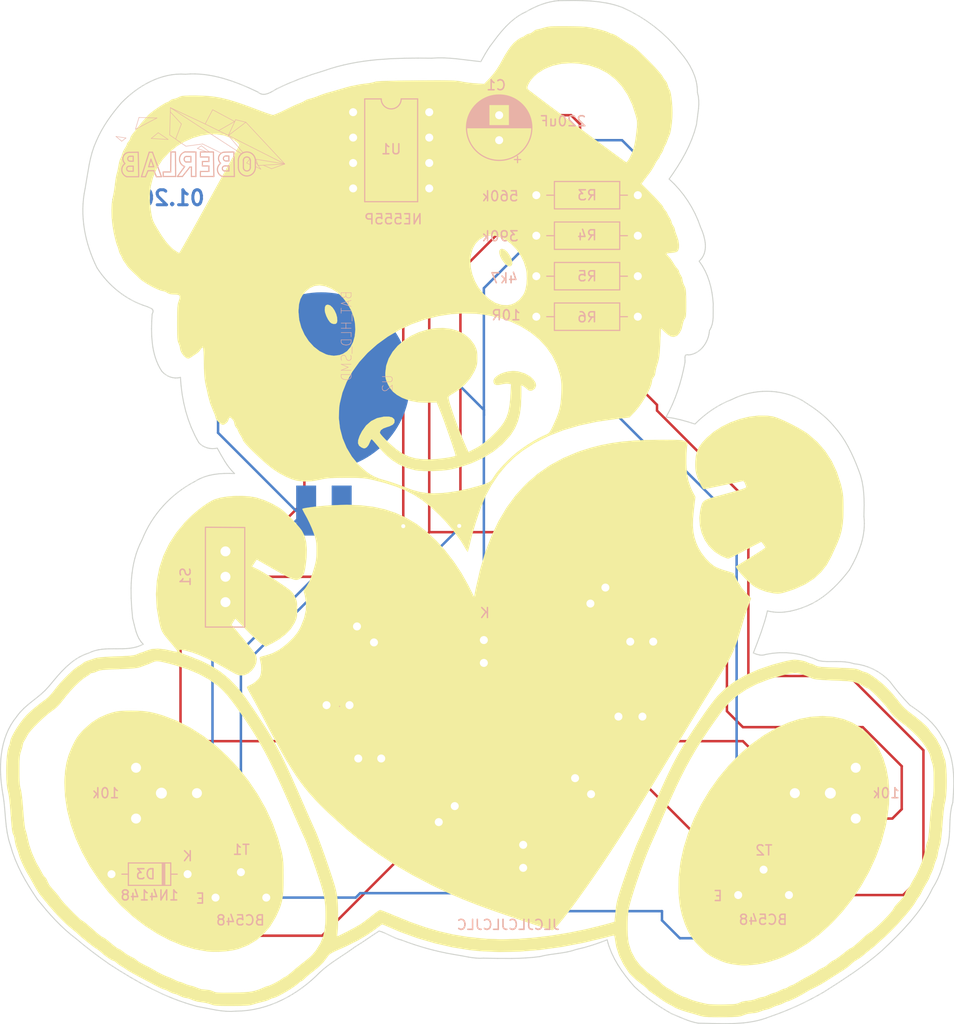
<source format=kicad_pcb>
(kicad_pcb (version 20221018) (generator pcbnew)
  (layers (0 "F.Cu" signal) (31 "B.Cu" signal) (34 "B.Paste" user) (35 "F.Paste" user) (36 "B.SilkS" user "B.Silkscreen") (37 "F.SilkS" user "F.Silkscreen") (38 "B.Mask" user) (39 "F.Mask" user) (44 "Edge.Cuts" user))
  (net 0 "")
  (net 1 "Net-(D3-K)")
  (net 2 "Net-(Q1-E)")
  (net 3 "Net-(D3-A)")
  (net 4 "Net-(S1-E)")
  (net 7 "Net-(Q1-B)")
  (net 8 "Net-(Q1-C)")
  (net 9 "Net-(Q2-E)")
  (net 10 "Net-(Q2-C)")
  (net 11 "Net-(S1-A-Pad1)")
  (footprint "!Goody:LED-Herz Bärli" (layer "F.Cu") (at 66.612086 91.879914)
    (fp_text reference "REF**")
    (fp_text value "LED-Herz Bärli")
  )
  (footprint "!Goody:TO-92L_Wide" (layer "F.Cu") (at 92.202 111.252)
    (fp_text reference "T2")
    (fp_text value "TO-92L_Wide")
  )
  (footprint "!Goody:ob-logo_B.SilkS" (layer "F.Cu") (at 43.688 53.34)
    (fp_text reference "G***" hide)
    (fp_text value "LOGO" hide)
  )
  (footprint "!Goody:TO-92L_Wide" (layer "F.Cu") (at 39.878 111.506)
    (fp_text reference "T1")
    (fp_text value "TO-92L_Wide")
  )
  (footprint "LOGO" (layer "F.Cu") (at 65.5396 71.1732)
    (fp_text reference "G***" hide)
    (fp_text value "LOGO" hide)
  )
  (footprint "Resistor_THT:R_Axial_DIN0207_L6.3mm_D2.5mm_P10.16mm_Horizontal" (layer "B.Cu") (at 82.152086 53.411914 180)
    (fp_text reference "R6")
    (fp_text value "10R")
  )
  (footprint "!Goody:Micro_SchalterKHF" (layer "B.Cu") (at 40.872086 76.881914 -90)
    (fp_text reference "S1")
    (fp_text value "Micro_Schalter-")
  )
  (footprint "Resistor_THT:R_Axial_DIN0207_L6.3mm_D2.5mm_P10.16mm_Horizontal" (layer "B.Cu") (at 82.152086 41.261914 180)
    (fp_text reference "R3")
    (fp_text value "560k")
  )
  (footprint "Diode_THT:D_DO-35_SOD27_P7.62mm_Horizontal" (layer "B.Cu") (at 37.082086 109.161914 180)
    (fp_text reference "D3")
    (fp_text value "1N4148")
  )
  (footprint "Resistor_THT:R_Axial_DIN0207_L6.3mm_D2.5mm_P10.16mm_Horizontal" (layer "B.Cu") (at 82.152086 49.361914 180)
    (fp_text reference "R5")
    (fp_text value "4k7")
  )
  (footprint "Package_DIP:DIP-8_W7.62mm" (layer "B.Cu") (at 61.272086 32.961914 180)
    (fp_text reference "U1")
    (fp_text value "NE555P")
  )
  (footprint "!Goody:Mini-Poti" (layer "B.Cu") (at 106.508086 101.061914 90)
    (fp_text reference "P1")
    (fp_text value "10k")
  )
  (footprint "!Goody:BAT-HLD-SMD-Blech" (layer "B.Cu") (at 50.472086 59.861914 -90)
    (fp_text reference "U2")
    (fp_text value "BAT_HLD_SMD")
  )
  (footprint "Resistor_THT:R_Axial_DIN0207_L6.3mm_D2.5mm_P10.16mm_Horizontal" (layer "B.Cu") (at 82.152086 45.311914 180)
    (fp_text reference "R4")
    (fp_text value "390k")
  )
  (footprint "!Goody:Mini-Poti" (layer "B.Cu") (at 29.379086 101.061914 -90)
    (fp_text reference "P2")
    (fp_text value "10k")
  )
  (footprint "Capacitor_THT:CP_Radial_D6.3mm_P2.50mm" (layer "B.Cu") (at 68.272086 35.761914 90)
    (fp_text reference "C1")
    (fp_text value "220uF")
  )
  (gr_line (start 26.7485 44.6608) (end 26.841 45.1635) (stroke (width 0.1)) (layer "Edge.Cuts"))
  (gr_line (start 88.4139 56.7108) (end 88.568 56.5608) (stroke (width 0.1)) (layer "Edge.Cuts"))
  (gr_line (start 31.4862 82.563) (end 31.5762 83.5527) (stroke (width 0.1)) (layer "Edge.Cuts"))
  (gr_line (start 29.2046 86.6267) (end 28.8558 86.6413) (stroke (width 0.1)) (layer "Edge.Cuts"))
  (gr_line (start 88.022 34.2142) (end 88.1279 33.4036) (stroke (width 0.1)) (layer "Edge.Cuts"))
  (gr_line (start 103.6781 78.1251) (end 103.993 77.492) (stroke (width 0.1)) (layer "Edge.Cuts"))
  (gr_line (start 102.1742 64.8255) (end 101.7639 64.3409) (stroke (width 0.1)) (layer "Edge.Cuts"))
  (gr_line (start 86.3506 60.1686) (end 86.5413 59.4822) (stroke (width 0.1)) (layer "Edge.Cuts"))
  (gr_line (start 36.5376 61.1829) (end 36.6921 62.0269) (stroke (width 0.1)) (layer "Edge.Cuts"))
  (gr_line (start 29.382 33.3622) (end 29.055 33.8293) (stroke (width 0.1)) (layer "Edge.Cuts"))
  (gr_line (start 88.1279 33.4036) (end 88.2317 32.5923) (stroke (width 0.1)) (layer "Edge.Cuts"))
  (gr_line (start 68.117 117.5872) (end 69.5279 117.5902) (stroke (width 0.1)) (layer "Edge.Cuts"))
  (gr_line (start 89.6611 53.8407) (end 89.6914 53.5014) (stroke (width 0.1)) (layer "Edge.Cuts"))
  (gr_line (start 88.258 32.187) (end 88.254 31.7821) (stroke (width 0.1)) (layer "Edge.Cuts"))
  (gr_line (start 61.0534 116.5952) (end 61.7078 116.7682) (stroke (width 0.1)) (layer "Edge.Cuts"))
  (gr_line (start 82.2279 120.7892) (end 82.6658 121.1632) (stroke (width 0.1)) (layer "Edge.Cuts"))
  (gr_line (start 111.1966 93.6442) (end 110.7666 93.2668) (stroke (width 0.1)) (layer "Edge.Cuts"))
  (gr_line (start 94.0727 123.8212) (end 94.5106 123.7102) (stroke (width 0.1)) (layer "Edge.Cuts"))
  (gr_line (start 68.1062 25.37091) (end 67.348 26.3779) (stroke (width 0.1)) (layer "Edge.Cuts"))
  (gr_line (start 58.4811 115.7468) (end 59.1168 115.9818) (stroke (width 0.1)) (layer "Edge.Cuts"))
  (gr_line (start 51.1457 118.2922) (end 51.5882 117.9702) (stroke (width 0.1)) (layer "Edge.Cuts"))
  (gr_line (start 89.12 49.3477) (end 88.8891 48.8277) (stroke (width 0.1)) (layer "Edge.Cuts"))
  (gr_line (start 88.694 63.3962) (end 88.2739 63.7627) (stroke (width 0.1)) (layer "Edge.Cuts"))
  (gr_line (start 87.8128 34.9492) (end 88.022 34.2142) (stroke (width 0.1)) (layer "Edge.Cuts"))
  (gr_line (start 40.7546 69.0897) (end 40.2443 69.1211) (stroke (width 0.1)) (layer "Edge.Cuts"))
  (gr_line (start 28.2408 48.8652) (end 28.4789 49.1889) (stroke (width 0.1)) (layer "Edge.Cuts"))
  (gr_line (start 40.0494 66.556) (end 40.4242 67.2303) (stroke (width 0.1)) (layer "Edge.Cuts"))
  (gr_line (start 86.8916 57.3493) (end 86.9159 57.298) (stroke (width 0.1)) (layer "Edge.Cuts"))
  (gr_line (start 44.1203 30.9477) (end 43.2674 30.5499) (stroke (width 0.1)) (layer "Edge.Cuts"))
  (gr_line (start 105.2015 117.9472) (end 105.9016 117.3942) (stroke (width 0.1)) (layer "Edge.Cuts"))
  (gr_line (start 30.1714 50.9) (end 30.4931 51.1409) (stroke (width 0.1)) (layer "Edge.Cuts"))
  (gr_line (start 36.5397 70.6591) (end 36.1331 70.9575) (stroke (width 0.1)) (layer "Edge.Cuts"))
  (gr_line (start 113.6826 101.9992) (end 113.7446 101.1578) (stroke (width 0.1)) (layer "Edge.Cuts"))
  (gr_line (start 97.4515 122.6192) (end 98.1309 122.3192) (stroke (width 0.1)) (layer "Edge.Cuts"))
  (gr_line (start 113.0396 96.1743) (end 112.8396 95.797) (stroke (width 0.1)) (layer "Edge.Cuts"))
  (gr_line (start 97.4273 82.8613) (end 97.9961 82.7239) (stroke (width 0.1)) (layer "Edge.Cuts"))
  (gr_line (start 110.7666 93.2668) (end 110.3166 92.9114) (stroke (width 0.1)) (layer "Edge.Cuts"))
  (gr_line (start 113.4066 103.7166) (end 113.4496 103.1365) (stroke (width 0.1)) (layer "Edge.Cuts"))
  (gr_line (start 103.2091 66.4157) (end 102.8938 65.8662) (stroke (width 0.1)) (layer "Edge.Cuts"))
  (gr_line (start 83.0243 23.82787) (end 82.2473 23.33356) (stroke (width 0.1)) (layer "Edge.Cuts"))
  (gr_line (start 79.1721 116.0659) (end 79.2746 116.3922) (stroke (width 0.1)) (layer "Edge.Cuts"))
  (gr_line (start 84.983 63.4505) (end 85.3166 62.8213) (stroke (width 0.1)) (layer "Edge.Cuts"))
  (gr_line (start 27.5747 116.9482) (end 28.4091 117.5662) (stroke (width 0.1)) (layer "Edge.Cuts"))
  (gr_line (start 96.4681 61.0047) (end 96.0155 60.9328) (stroke (width 0.1)) (layer "Edge.Cuts"))
  (gr_line (start 58.7909 27.5639) (end 57.4256 27.6129) (stroke (width 0.1)) (layer "Edge.Cuts"))
  (gr_line (start 113.3646 104.884) (end 113.3856 104.3001) (stroke (width 0.1)) (layer "Edge.Cuts"))
  (gr_line (start 100.12 121.3192) (end 100.7647 120.9532) (stroke (width 0.1)) (layer "Edge.Cuts"))
  (gr_line (start 92.3986 61.3325) (end 91.9718 61.5006) (stroke (width 0.1)) (layer "Edge.Cuts"))
  (gr_line (start 34.1266 58.203) (end 34.2931 58.5296) (stroke (width 0.1)) (layer "Edge.Cuts"))
  (gr_line (start 34.0065 73.0945) (end 33.7106 73.5023) (stroke (width 0.1)) (layer "Edge.Cuts"))
  (gr_line (start 46.5808 30.35) (end 46.0102 30.622) (stroke (width 0.1)) (layer "Edge.Cuts"))
  (gr_line (start 83.7704 24.36811) (end 83.0243 23.82787) (stroke (width 0.1)) (layer "Edge.Cuts"))
  (gr_line (start 94.9984 83.3665) (end 95.1294 82.8314) (stroke (width 0.1)) (layer "Edge.Cuts"))
  (gr_line (start 39.2254 29.2629) (end 38.7595 29.1986) (stroke (width 0.1)) (layer "Edge.Cuts"))
  (gr_line (start 86.8768 57.7938) (end 86.8694 57.4782) (stroke (width 0.1)) (layer "Edge.Cuts"))
  (gr_line (start 31.5216 79.0529) (end 31.4703 79.551) (stroke (width 0.1)) (layer "Edge.Cuts"))
  (gr_line (start 45.5613 30.8849) (end 45.3244 31.0093) (stroke (width 0.1)) (layer "Edge.Cuts"))
  (gr_line (start 26.6271 43.6472) (end 26.677 44.1551) (stroke (width 0.1)) (layer "Edge.Cuts"))
  (gr_line (start 74.636 117.0202) (end 75.0952 116.9382) (stroke (width 0.1)) (layer "Edge.Cuts"))
  (gr_line (start 38.0585 69.7431) (end 37.8356 69.8763) (stroke (width 0.1)) (layer "Edge.Cuts"))
  (gr_line (start 26.7282 41.1025) (end 26.6589 41.6095) (stroke (width 0.1)) (layer "Edge.Cuts"))
  (gr_line (start 89.6528 51.5624) (end 89.5728 50.9972) (stroke (width 0.1)) (layer "Edge.Cuts"))
  (gr_line (start 21.5509 91.8533) (end 21.1213 92.2) (stroke (width 0.1)) (layer "Edge.Cuts"))
  (gr_line (start 32.2083 85.5959) (end 32.3988 85.8963) (stroke (width 0.1)) (layer "Edge.Cuts"))
  (gr_line (start 111.9756 94.476) (end 111.6016 94.0463) (stroke (width 0.1)) (layer "Edge.Cuts"))
  (gr_line (start 97.3551 61.2327) (end 96.9151 61.1046) (stroke (width 0.1)) (layer "Edge.Cuts"))
  (gr_line (start 113.7706 99.4519) (end 113.7476 99.0265) (stroke (width 0.1)) (layer "Edge.Cuts"))
  (gr_line (start 89.6963 52.8114) (end 89.6934 52.4672) (stroke (width 0.1)) (layer "Edge.Cuts"))
  (gr_line (start 44.7171 31.1766) (end 44.5956 31.1702) (stroke (width 0.1)) (layer "Edge.Cuts"))
  (gr_line (start 85.2876 39.6478) (end 85.7234 39.0215) (stroke (width 0.1)) (layer "Edge.Cuts"))
  (gr_line (start 32.0557 85.2753) (end 32.2083 85.5959) (stroke (width 0.1)) (layer "Edge.Cuts"))
  (gr_line (start 86.8694 57.4782) (end 86.8916 57.3493) (stroke (width 0.1)) (layer "Edge.Cuts"))
  (gr_line (start 86.7079 58.791) (end 86.8519 58.0969) (stroke (width 0.1)) (layer "Edge.Cuts"))
  (gr_line (start 87.5492 42.4729) (end 87.1711 41.8521) (stroke (width 0.1)) (layer "Edge.Cuts"))
  (gr_line (start 113.6506 98.184) (end 113.5746 97.769) (stroke (width 0.1)) (layer "Edge.Cuts"))
  (gr_line (start 33.6072 52.9737) (end 33.5337 53.1556) (stroke (width 0.1)) (layer "Edge.Cuts"))
  (gr_line (start 50.7399 28.816) (end 49.5303 29.1926) (stroke (width 0.1)) (layer "Edge.Cuts"))
  (gr_line (start 104.4856 118.4812) (end 105.2015 117.9472) (stroke (width 0.1)) (layer "Edge.Cuts"))
  (gr_line (start 28.7467 34.3084) (end 28.459 34.8004) (stroke (width 0.1)) (layer "Edge.Cuts"))
  (gr_line (start 21.6333 111.0655) (end 22.0561 111.6964) (stroke (width 0.1)) (layer "Edge.Cuts"))
  (gr_line (start 87.1615 63.9254) (end 86.4441 63.7263) (stroke (width 0.1)) (layer "Edge.Cuts"))
  (gr_line (start 37.4266 122.2212) (end 38.0181 122.3882) (stroke (width 0.1)) (layer "Edge.Cuts"))
  (gr_line (start 52.7052 28.2398) (end 52.0449 28.4074) (stroke (width 0.1)) (layer "Edge.Cuts"))
  (gr_line (start 24.948 88.4204) (end 24.479 88.8868) (stroke (width 0.1)) (layer "Edge.Cuts"))
  (gr_line (start 85.3166 62.8213) (end 85.6187 62.1763) (stroke (width 0.1)) (layer "Edge.Cuts"))
  (gr_line (start 105.9016 117.3942) (end 106.5832 116.8182) (stroke (width 0.1)) (layer "Edge.Cuts"))
  (gr_line (start 88.1824 43.7803) (end 87.8868 43.1165) (stroke (width 0.1)) (layer "Edge.Cuts"))
  (gr_line (start 30.606 86.619) (end 29.9057 86.6234) (stroke (width 0.1)) (layer "Edge.Cuts"))
  (gr_line (start 27.5936 47.6044) (end 27.797 48.0725) (stroke (width 0.1)) (layer "Edge.Cuts"))
  (gr_line (start 94.1183 86.0041) (end 94.5029 84.9564) (stroke (width 0.1)) (layer "Edge.Cuts"))
  (gr_line (start 71.6359 117.4882) (end 72.3329 117.4092) (stroke (width 0.1)) (layer "Edge.Cuts"))
  (gr_line (start 40.4242 67.2303) (end 40.8173 67.8946) (stroke (width 0.1)) (layer "Edge.Cuts"))
  (gr_line (start 72.3329 117.4092) (end 72.7875 117.3022) (stroke (width 0.1)) (layer "Edge.Cuts"))
  (gr_line (start 34.6629 59.0351) (end 34.8677 59.1988) (stroke (width 0.1)) (layer "Edge.Cuts"))
  (gr_line (start 24.0334 89.3778) (end 23.1914 90.3825) (stroke (width 0.1)) (layer "Edge.Cuts"))
  (gr_line (start 96.0155 60.9328) (end 95.5592 60.8885) (stroke (width 0.1)) (layer "Edge.Cuts"))
  (gr_line (start 34.6511 72.3205) (end 34.3202 72.7003) (stroke (width 0.1)) (layer "Edge.Cuts"))
  (gr_line (start 76.7829 116.5022) (end 77.5587 116.2732) (stroke (width 0.1)) (layer "Edge.Cuts"))
  (gr_line (start 56.7955 115.0389) (end 57.3456 115.2962) (stroke (width 0.1)) (layer "Edge.Cuts"))
  (gr_line (start 19.24252 105.9621) (end 19.34272 106.2664) (stroke (width 0.1)) (layer "Edge.Cuts"))
  (gr_line (start 34.2017 29.5417) (end 33.7799 29.7032) (stroke (width 0.1)) (layer "Edge.Cuts"))
  (gr_line (start 48.0306 120.8842) (end 48.5177 120.5442) (stroke (width 0.1)) (layer "Edge.Cuts"))
  (gr_line (start 19.56328 106.9966) (end 19.82772 107.711) (stroke (width 0.1)) (layer "Edge.Cuts"))
  (gr_line (start 41.5083 29.8485) (end 40.6051 29.5671) (stroke (width 0.1)) (layer "Edge.Cuts"))
  (gr_line (start 90.0216 124.1042) (end 90.9306 124.1142) (stroke (width 0.1)) (layer "Edge.Cuts"))
  (gr_line (start 111.6586 110.5718) (end 111.9326 110.1134) (stroke (width 0.1)) (layer "Edge.Cuts"))
  (gr_line (start 37.4452 64.4812) (end 37.7983 65.2591) (stroke (width 0.1)) (layer "Edge.Cuts"))
  (gr_line (start 104.8192 74.4527) (end 104.8294 74.1004) (stroke (width 0.1)) (layer "Edge.Cuts"))
  (gr_line (start 101.0655 63.6021) (end 100.6866 63.2634) (stroke (width 0.1)) (layer "Edge.Cuts"))
  (gr_line (start 54.7111 27.8663) (end 54.0388 27.9708) (stroke (width 0.1)) (layer "Edge.Cuts"))
  (gr_line (start 37.7983 65.2591) (end 37.9949 65.6381) (stroke (width 0.1)) (layer "Edge.Cuts"))
  (gr_line (start 26.8235 40.598) (end 26.7282 41.1025) (stroke (width 0.1)) (layer "Edge.Cuts"))
  (gr_line (start 79.2746 116.3922) (end 79.5211 117.0272) (stroke (width 0.1)) (layer "Edge.Cuts"))
  (gr_line (start 79.5211 117.0272) (end 79.8172 117.6392) (stroke (width 0.1)) (layer "Edge.Cuts"))
  (gr_line (start 104.6775 75.4948) (end 104.7422 75.1501) (stroke (width 0.1)) (layer "Edge.Cuts"))
  (gr_line (start 18.39877 99.7071) (end 18.44985 100.2191) (stroke (width 0.1)) (layer "Edge.Cuts"))
  (gr_line (start 33.9826 57.8679) (end 34.1266 58.203) (stroke (width 0.1)) (layer "Edge.Cuts"))
  (gr_line (start 87.8868 43.1165) (end 87.5492 42.4729) (stroke (width 0.1)) (layer "Edge.Cuts"))
  (gr_line (start 87.2447 57.2396) (end 87.4665 57.2037) (stroke (width 0.1)) (layer "Edge.Cuts"))
  (gr_line (start 67.1036 26.751) (end 66.8716 27.1315) (stroke (width 0.1)) (layer "Edge.Cuts"))
  (gr_line (start 26.8493 87.1674) (end 26.5476 87.2975) (stroke (width 0.1)) (layer "Edge.Cuts"))
  (gr_line (start 45.9477 122.0102) (end 46.4869 121.7662) (stroke (width 0.1)) (layer "Edge.Cuts"))
  (gr_line (start 85.0211 122.8232) (end 85.5201 123.1092) (stroke (width 0.1)) (layer "Edge.Cuts"))
  (gr_line (start 99.8844 62.6363) (end 99.4673 62.3435) (stroke (width 0.1)) (layer "Edge.Cuts"))
  (gr_line (start 32.9993 52.3914) (end 33.2911 52.5165) (stroke (width 0.1)) (layer "Edge.Cuts"))
  (gr_line (start 38.2052 66.0098) (end 38.3861 66.1865) (stroke (width 0.1)) (layer "Edge.Cuts"))
  (gr_line (start 75.996 116.6892) (end 76.7829 116.5022) (stroke (width 0.1)) (layer "Edge.Cuts"))
  (gr_line (start 113.7446 101.1578) (end 113.7786 100.306) (stroke (width 0.1)) (layer "Edge.Cuts"))
  (gr_line (start 31.1661 51.579) (end 31.5164 51.7751) (stroke (width 0.1)) (layer "Edge.Cuts"))
  (gr_line (start 53.37 28.0948) (end 52.7052 28.2398) (stroke (width 0.1)) (layer "Edge.Cuts"))
  (gr_line (start 88.8373 56.2218) (end 88.9516 56.0362) (stroke (width 0.1)) (layer "Edge.Cuts"))
  (gr_line (start 67.348 26.3779) (end 67.1036 26.751) (stroke (width 0.1)) (layer "Edge.Cuts"))
  (gr_line (start 81.8028 120.4012) (end 82.2279 120.7892) (stroke (width 0.1)) (layer "Edge.Cuts"))
  (gr_line (start 39.2417 69.285) (end 38.7565 69.4298) (stroke (width 0.1)) (layer "Edge.Cuts"))
  (gr_line (start 32.3002 76.1757) (end 32.1064 76.6372) (stroke (width 0.1)) (layer "Edge.Cuts"))
  (gr_line (start 87.1822 123.7932) (end 87.5219 123.9052) (stroke (width 0.1)) (layer "Edge.Cuts"))
  (gr_line (start 70.9501 22.92671) (end 70.6626 23.06518) (stroke (width 0.1)) (layer "Edge.Cuts"))
  (gr_line (start 103.993 77.492) (end 104.2703 76.8414) (stroke (width 0.1)) (layer "Edge.Cuts"))
  (gr_line (start 39.8015 66.5974) (end 40.0494 66.556) (stroke (width 0.1)) (layer "Edge.Cuts"))
  (gr_line (start 36.8716 29.1634) (end 36.4138 29.1479) (stroke (width 0.1)) (layer "Edge.Cuts"))
  (gr_line (start 57.4256 27.6129) (end 56.0643 27.7097) (stroke (width 0.1)) (layer "Edge.Cuts"))
  (gr_line (start 31.8004 77.5847) (end 31.685 78.0688) (stroke (width 0.1)) (layer "Edge.Cuts"))
  (gr_line (start 28.7303 49.5026) (end 28.9947 49.8058) (stroke (width 0.1)) (layer "Edge.Cuts"))
  (gr_line (start 72.924 22.05031) (end 72.5131 22.1846) (stroke (width 0.1)) (layer "Edge.Cuts"))
  (gr_line (start 69.8656 23.57044) (end 69.3823 23.97047) (stroke (width 0.1)) (layer "Edge.Cuts"))
  (gr_line (start 86.7386 27.382) (end 86.3861 26.9496) (stroke (width 0.1)) (layer "Edge.Cuts"))
  (gr_line (start 31.43 81.561) (end 31.4862 82.563) (stroke (width 0.1)) (layer "Edge.Cuts"))
  (gr_line (start 75.8266 21.79148) (end 74.2017 21.80601) (stroke (width 0.1)) (layer "Edge.Cuts"))
  (gr_line (start 103.3445 87.9987) (end 102.9059 87.9342) (stroke (width 0.1)) (layer "Edge.Cuts"))
  (gr_line (start 41.9195 122.8612) (end 42.5161 122.8412) (stroke (width 0.1)) (layer "Edge.Cuts"))
  (gr_line (start 20.14524 93.1707) (end 19.97894 93.3956) (stroke (width 0.1)) (layer "Edge.Cuts"))
  (gr_line (start 25.7067 87.7951) (end 25.4456 87.9915) (stroke (width 0.1)) (layer "Edge.Cuts"))
  (gr_line (start 33.8596 57.525) (end 33.9826 57.8679) (stroke (width 0.1)) (layer "Edge.Cuts"))
  (gr_line (start 40.6051 29.5671) (end 40.1484 29.4486) (stroke (width 0.1)) (layer "Edge.Cuts"))
  (gr_line (start 28.459 34.8004) (end 28.194 35.306) (stroke (width 0.1)) (layer "Edge.Cuts"))
  (gr_line (start 86.7543 41.2566) (end 86.3004 40.689) (stroke (width 0.1)) (layer "Edge.Cuts"))
  (gr_line (start 31.8316 84.5944) (end 31.9328 84.9397) (stroke (width 0.1)) (layer "Edge.Cuts"))
  (gr_line (start 36.4138 29.1479) (end 35.9601 29.166) (stroke (width 0.1)) (layer "Edge.Cuts"))
  (gr_line (start 88.0491 30.1364) (end 87.9929 29.8638) (stroke (width 0.1)) (layer "Edge.Cuts"))
  (gr_line (start 19.15724 105.6547) (end 19.24252 105.9621) (stroke (width 0.1)) (layer "Edge.Cuts"))
  (gr_line (start 113.5746 97.769) (end 113.4766 97.3596) (stroke (width 0.1)) (layer "Edge.Cuts"))
  (gr_line (start 32.9372 74.8014) (end 32.7197 75.2573) (stroke (width 0.1)) (layer "Edge.Cuts"))
  (gr_line (start 89.7018 52.1281) (end 89.6528 51.5624) (stroke (width 0.1)) (layer "Edge.Cuts"))
  (gr_line (start 27.236 38.1697) (end 27.0258 39.3855) (stroke (width 0.1)) (layer "Edge.Cuts"))
  (gr_line (start 110.6496 112.3266) (end 110.9256 111.9037) (stroke (width 0.1)) (layer "Edge.Cuts"))
  (gr_line (start 70.3864 23.2194) (end 70.121 23.38821) (stroke (width 0.1)) (layer "Edge.Cuts"))
  (gr_line (start 112.5606 108.6567) (end 112.7196 108.1512) (stroke (width 0.1)) (layer "Edge.Cuts"))
  (gr_line (start 86.3861 26.9496) (end 85.7936 26.245) (stroke (width 0.1)) (layer "Edge.Cuts"))
  (gr_line (start 89.3022 55.0093) (end 89.325 54.7953) (stroke (width 0.1)) (layer "Edge.Cuts"))
  (gr_line (start 86.1342 60.8478) (end 86.3506 60.1686) (stroke (width 0.1)) (layer "Edge.Cuts"))
  (gr_line (start 18.44209 97.1328) (end 18.38766 97.6437) (stroke (width 0.1)) (layer "Edge.Cuts"))
  (gr_line (start 71.7152 22.51913) (end 71.3284 22.7149) (stroke (width 0.1)) (layer "Edge.Cuts"))
  (gr_line (start 112.8396 95.797) (end 112.6106 95.4303) (stroke (width 0.1)) (layer "Edge.Cuts"))
  (gr_line (start 21.2244 110.4219) (end 21.6333 111.0655) (stroke (width 0.1)) (layer "Edge.Cuts"))
  (gr_line (start 23.1914 90.3825) (end 22.8172 90.7886) (stroke (width 0.1)) (layer "Edge.Cuts"))
  (gr_line (start 18.35789 98.1584) (end 18.351 98.675) (stroke (width 0.1)) (layer "Edge.Cuts"))
  (gr_line (start 102.8938 65.8662) (end 102.5498 65.335) (stroke (width 0.1)) (layer "Edge.Cuts"))
  (gr_line (start 113.1036 106.6053) (end 113.1826 106.3239) (stroke (width 0.1)) (layer "Edge.Cuts"))
  (gr_line (start 89.2079 55.4334) (end 89.263 55.2225) (stroke (width 0.1)) (layer "Edge.Cuts"))
  (gr_line (start 100.6858 87.8771) (end 100.2509 87.8116) (stroke (width 0.1)) (layer "Edge.Cuts"))
  (gr_line (start 28.1658 86.7232) (end 27.8264 86.8012) (stroke (width 0.1)) (layer "Edge.Cuts"))
  (gr_line (start 25.4456 87.9915) (end 24.948 88.4204) (stroke (width 0.1)) (layer "Edge.Cuts"))
  (gr_line (start 89.4148 54.6452) (end 89.4892 54.4909) (stroke (width 0.1)) (layer "Edge.Cuts"))
  (gr_line (start 18.38766 97.6437) (end 18.35789 98.1584) (stroke (width 0.1)) (layer "Edge.Cuts"))
  (gr_line (start 24.479 88.8868) (end 24.0334 89.3778) (stroke (width 0.1)) (layer "Edge.Cuts"))
  (gr_line (start 27.4917 86.911) (end 27.1626 87.058) (stroke (width 0.1)) (layer "Edge.Cuts"))
  (gr_line (start 113.1826 106.3239) (end 113.2446 106.0397) (stroke (width 0.1)) (layer "Edge.Cuts"))
  (gr_line (start 33.4666 120.6242) (end 34.568 121.1482) (stroke (width 0.1)) (layer "Edge.Cuts"))
  (gr_line (start 40.4411 122.8272) (end 40.9305 122.8742) (stroke (width 0.1)) (layer "Edge.Cuts"))
  (gr_line (start 26.5476 87.2975) (end 26.2571 87.4465) (stroke (width 0.1)) (layer "Edge.Cuts"))
  (gr_line (start 52.9538 117.0542) (end 53.4073 116.7452) (stroke (width 0.1)) (layer "Edge.Cuts"))
  (gr_line (start 43.6917 122.6942) (end 44.2689 122.5692) (stroke (width 0.1)) (layer "Edge.Cuts"))
  (gr_line (start 102.2704 119.9922) (end 103.7566 118.9982) (stroke (width 0.1)) (layer "Edge.Cuts"))
  (gr_line (start 31.5927 78.5585) (end 31.5216 79.0529) (stroke (width 0.1)) (layer "Edge.Cuts"))
  (gr_line (start 35.3343 59.4388) (end 35.5867 59.5088) (stroke (width 0.1)) (layer "Edge.Cuts"))
  (gr_line (start 88.8944 45.993) (end 88.8604 45.7632) (stroke (width 0.1)) (layer "Edge.Cuts"))
  (gr_line (start 88.0889 30.4126) (end 88.0491 30.1364) (stroke (width 0.1)) (layer "Edge.Cuts"))
  (gr_line (start 62.3662 116.9242) (end 63.0284 117.0632) (stroke (width 0.1)) (layer "Edge.Cuts"))
  (gr_line (start 32.5686 30.3236) (end 32.1853 30.5701) (stroke (width 0.1)) (layer "Edge.Cuts"))
  (gr_line (start 36.3638 59.4818) (end 36.4288 60.3331) (stroke (width 0.1)) (layer "Edge.Cuts"))
  (gr_line (start 33.7799 29.7032) (end 33.3666 29.8885) (stroke (width 0.1)) (layer "Edge.Cuts"))
  (gr_line (start 104.5965 69.862) (end 104.4478 69.2915) (stroke (width 0.1)) (layer "Edge.Cuts"))
  (gr_line (start 35.5867 59.5088) (end 35.8456 59.5414) (stroke (width 0.1)) (layer "Edge.Cuts"))
  (gr_line (start 61.5177 27.5607) (end 60.1563 27.5505) (stroke (width 0.1)) (layer "Edge.Cuts"))
  (gr_line (start 94.9444 123.5752) (end 95.3736 123.4152) (stroke (width 0.1)) (layer "Edge.Cuts"))
  (gr_line (start 95.3736 123.4152) (end 96.0723 123.1672) (stroke (width 0.1)) (layer "Edge.Cuts"))
  (gr_line (start 85.7184 63.5635) (end 84.983 63.4505) (stroke (width 0.1)) (layer "Edge.Cuts"))
  (gr_line (start 61.7078 116.7682) (end 62.3662 116.9242) (stroke (width 0.1)) (layer "Edge.Cuts"))
  (gr_line (start 29.7257 32.9066) (end 29.382 33.3622) (stroke (width 0.1)) (layer "Edge.Cuts"))
  (gr_line (start 33.4716 54.6191) (end 33.4883 55.3596) (stroke (width 0.1)) (layer "Edge.Cuts"))
  (gr_line (start 41.4231 122.8882) (end 41.9195 122.8612) (stroke (width 0.1)) (layer "Edge.Cuts"))
  (gr_line (start 68.9315 24.41013) (end 68.5078 24.88007) (stroke (width 0.1)) (layer "Edge.Cuts"))
  (gr_line (start 49.5303 29.1926) (end 48.3344 29.6168) (stroke (width 0.1)) (layer "Edge.Cuts"))
  (gr_line (start 44.2689 122.5692) (end 44.8379 122.4132) (stroke (width 0.1)) (layer "Edge.Cuts"))
  (gr_line (start 33.2911 52.5165) (end 33.4181 52.575) (stroke (width 0.1)) (layer "Edge.Cuts"))
  (gr_line (start 98.554 82.5444) (end 99.0966 82.3308) (stroke (width 0.1)) (layer "Edge.Cuts"))
  (gr_line (start 36.6921 62.0269) (end 36.8937 62.8608) (stroke (width 0.1)) (layer "Edge.Cuts"))
  (gr_line (start 101.6596 80.6212) (end 102.1092 80.1775) (stroke (width 0.1)) (layer "Edge.Cuts"))
  (gr_line (start 88.8604 45.7632) (end 88.7534 45.3086) (stroke (width 0.1)) (layer "Edge.Cuts"))
  (gr_line (start 88.568 56.5608) (end 88.7093 56.3972) (stroke (width 0.1)) (layer "Edge.Cuts"))
  (gr_line (start 87.9929 29.8638) (end 87.9213 29.5951) (stroke (width 0.1)) (layer "Edge.Cuts"))
  (gr_line (start 76.6416 21.80485) (end 75.8266 21.79148) (stroke (width 0.1)) (layer "Edge.Cuts"))
  (gr_line (start 34.568 121.1482) (end 35.1273 121.3912) (stroke (width 0.1)) (layer "Edge.Cuts"))
  (gr_line (start 98.8025 122.0022) (end 99.4657 121.6682) (stroke (width 0.1)) (layer "Edge.Cuts"))
  (gr_line (start 47.5291 121.2022) (end 48.0306 120.8842) (stroke (width 0.1)) (layer "Edge.Cuts"))
  (gr_line (start 32.1853 30.5701) (end 31.8135 30.8338) (stroke (width 0.1)) (layer "Edge.Cuts"))
  (gr_line (start 24.881 114.7654) (end 25.4084 115.2189) (stroke (width 0.1)) (layer "Edge.Cuts"))
  (gr_line (start 38.7565 69.4298) (end 38.2866 69.6249) (stroke (width 0.1)) (layer "Edge.Cuts"))
  (gr_line (start 95.986 82.9687) (end 96.2743 82.9782) (stroke (width 0.1)) (layer "Edge.Cuts"))
  (gr_line (start 112.7196 108.1512) (end 112.8606 107.6394) (stroke (width 0.1)) (layer "Edge.Cuts"))
  (gr_line (start 93.1864 123.9812) (end 93.6311 123.9112) (stroke (width 0.1)) (layer "Edge.Cuts"))
  (gr_line (start 79.8435 22.23648) (end 79.4525 22.13591) (stroke (width 0.1)) (layer "Edge.Cuts"))
  (gr_line (start 41.2581 68.5249) (end 41.5056 68.8198) (stroke (width 0.1)) (layer "Edge.Cuts"))
  (gr_line (start 89.6914 53.5014) (end 89.6963 52.8114) (stroke (width 0.1)) (layer "Edge.Cuts"))
  (gr_line (start 79.4525 22.13591) (end 79.0581 22.05123) (stroke (width 0.1)) (layer "Edge.Cuts"))
  (gr_line (start 88.2474 56.8458) (end 88.4139 56.7108) (stroke (width 0.1)) (layer "Edge.Cuts"))
  (gr_line (start 39.9541 122.7572) (end 40.4411 122.8272) (stroke (width 0.1)) (layer "Edge.Cuts"))
  (gr_line (start 88.4611 47.6878) (end 88.6007 47.5041) (stroke (width 0.1)) (layer "Edge.Cuts"))
  (gr_line (start 29.8603 50.6455) (end 30.1714 50.9) (stroke (width 0.1)) (layer "Edge.Cuts"))
  (gr_line (start 29.2714 50.0977) (end 29.5601 50.3778) (stroke (width 0.1)) (layer "Edge.Cuts"))
  (gr_line (start 22.411 91.1605) (end 21.9848 91.5112) (stroke (width 0.1)) (layer "Edge.Cuts"))
  (gr_line (start 89.5975 54.1716) (end 89.6611 53.8407) (stroke (width 0.1)) (layer "Edge.Cuts"))
  (gr_line (start 89.6934 52.4672) (end 89.7018 52.1281) (stroke (width 0.1)) (layer "Edge.Cuts"))
  (gr_line (start 19.38626 94.2467) (end 19.14648 94.6975) (stroke (width 0.1)) (layer "Edge.Cuts"))
  (gr_line (start 77.5587 116.2732) (end 78.3253 116.0132) (stroke (width 0.1)) (layer "Edge.Cuts"))
  (gr_line (start 113.3246 105.4649) (end 113.3646 104.884) (stroke (width 0.1)) (layer "Edge.Cuts"))
  (gr_line (start 27.1626 87.058) (end 26.8493 87.1674) (stroke (width 0.1)) (layer "Edge.Cuts"))
  (gr_line (start 113.3566 96.9566) (end 113.2116 96.5612) (stroke (width 0.1)) (layer "Edge.Cuts"))
  (gr_line (start 90.5412 62.1537) (end 90.0556 62.4269) (stroke (width 0.1)) (layer "Edge.Cuts"))
  (gr_line (start 111.4316 111.0269) (end 111.6586 110.5718) (stroke (width 0.1)) (layer "Edge.Cuts"))
  (gr_line (start 94.5106 123.7102) (end 94.9444 123.5752) (stroke (width 0.1)) (layer "Edge.Cuts"))
  (gr_line (start 78.2605 21.92442) (end 77.454 21.84572) (stroke (width 0.1)) (layer "Edge.Cuts"))
  (gr_line (start 94.6419 60.882) (end 94.1842 60.9192) (stroke (width 0.1)) (layer "Edge.Cuts"))
  (gr_line (start 59.1168 115.9818) (end 59.7576 116.2022) (stroke (width 0.1)) (layer "Edge.Cuts"))
  (gr_line (start 98.1309 122.3192) (end 98.8025 122.0022) (stroke (width 0.1)) (layer "Edge.Cuts"))
  (gr_line (start 30.0843 32.4617) (end 29.7257 32.9066) (stroke (width 0.1)) (layer "Edge.Cuts"))
  (gr_line (start 55.3864 27.7798) (end 54.7111 27.8663) (stroke (width 0.1)) (layer "Edge.Cuts"))
  (gr_line (start 88.2123 124.0652) (end 90.0216 124.1042) (stroke (width 0.1)) (layer "Edge.Cuts"))
  (gr_line (start 48.5177 120.5442) (end 48.9896 120.1842) (stroke (width 0.1)) (layer "Edge.Cuts"))
  (gr_line (start 111.1866 111.4707) (end 111.4316 111.0269) (stroke (width 0.1)) (layer "Edge.Cuts"))
  (gr_line (start 84.0489 122.2032) (end 84.5305 122.5212) (stroke (width 0.1)) (layer "Edge.Cuts"))
  (gr_line (start 104.8091 72.2077) (end 104.7988 71.6158) (stroke (width 0.1)) (layer "Edge.Cuts"))
  (gr_line (start 86.8455 123.6672) (end 87.1822 123.7932) (stroke (width 0.1)) (layer "Edge.Cuts"))
  (gr_line (start 103.7765 88.1167) (end 103.5615 88.0501) (stroke (width 0.1)) (layer "Edge.Cuts"))
  (gr_line (start 103.7664 67.5566) (end 103.4989 66.9803) (stroke (width 0.1)) (layer "Edge.Cuts"))
  (gr_line (start 28.9947 49.8058) (end 29.2714 50.0977) (stroke (width 0.1)) (layer "Edge.Cuts"))
  (gr_line (start 112.3796 109.1536) (end 112.5606 108.6567) (stroke (width 0.1)) (layer "Edge.Cuts"))
  (gr_line (start 42.5161 122.8412) (end 43.1071 122.7852) (stroke (width 0.1)) (layer "Edge.Cuts"))
  (gr_line (start 88.069 56.9642) (end 88.2474 56.8458) (stroke (width 0.1)) (layer "Edge.Cuts"))
  (gr_line (start 95.413 82.8963) (end 95.6987 82.9417) (stroke (width 0.1)) (layer "Edge.Cuts"))
  (gr_line (start 54.0388 27.9708) (end 53.37 28.0948) (stroke (width 0.1)) (layer "Edge.Cuts"))
  (gr_line (start 47.0143 121.4972) (end 47.5291 121.2022) (stroke (width 0.1)) (layer "Edge.Cuts"))
  (gr_line (start 89.325 54.7953) (end 89.4148 54.6452) (stroke (width 0.1)) (layer "Edge.Cuts"))
  (gr_line (start 39.7388 69.1841) (end 39.2417 69.285) (stroke (width 0.1)) (layer "Edge.Cuts"))
  (gr_line (start 96.9151 61.1046) (end 96.4681 61.0047) (stroke (width 0.1)) (layer "Edge.Cuts"))
  (gr_line (start 111.9326 110.1134) (end 112.1716 109.6399) (stroke (width 0.1)) (layer "Edge.Cuts"))
  (gr_line (start 21.1213 92.2) (end 20.708 92.564) (stroke (width 0.1)) (layer "Edge.Cuts"))
  (gr_line (start 35.0682 29.2964) (end 34.6314 29.4055) (stroke (width 0.1)) (layer "Edge.Cuts"))
  (gr_line (start 108.0374 115.4131) (end 108.7414 114.6829) (stroke (width 0.1)) (layer "Edge.Cuts"))
  (gr_line (start 104.7422 75.1501) (end 104.7898 74.8027) (stroke (width 0.1)) (layer "Edge.Cuts"))
  (gr_line (start 32.3094 86.3223) (end 31.9775 86.4357) (stroke (width 0.1)) (layer "Edge.Cuts"))
  (gr_line (start 60.1563 27.5505) (end 58.7909 27.5639) (stroke (width 0.1)) (layer "Edge.Cuts"))
  (gr_line (start 104.7898 74.8027) (end 104.8192 74.4527) (stroke (width 0.1)) (layer "Edge.Cuts"))
  (gr_line (start 87.2532 36.3693) (end 87.5547 35.6675) (stroke (width 0.1)) (layer "Edge.Cuts"))
  (gr_line (start 112.3136 94.9364) (end 111.9756 94.476) (stroke (width 0.1)) (layer "Edge.Cuts"))
  (gr_line (start 22.8172 90.7886) (end 22.411 91.1605) (stroke (width 0.1)) (layer "Edge.Cuts"))
  (gr_line (start 33.4904 53.882) (end 33.4716 54.6191) (stroke (width 0.1)) (layer "Edge.Cuts"))
  (gr_line (start 102.1092 80.1775) (end 102.5374 79.7127) (stroke (width 0.1)) (layer "Edge.Cuts"))
  (gr_line (start 98.3331 87.1816) (end 97.6699 87.0731) (stroke (width 0.1)) (layer "Edge.Cuts"))
  (gr_line (start 19.66315 93.8121) (end 19.38626 94.2467) (stroke (width 0.1)) (layer "Edge.Cuts"))
  (gr_line (start 58.1916 115.6634) (end 58.4811 115.7468) (stroke (width 0.1)) (layer "Edge.Cuts"))
  (gr_line (start 36.264 121.8362) (end 36.8419 122.0362) (stroke (width 0.1)) (layer "Edge.Cuts"))
  (gr_line (start 74.2017 21.80601) (end 74.2017 21.80601) (stroke (width 0.1)) (layer "Edge.Cuts"))
  (gr_line (start 109.4177 113.9281) (end 110.0568 113.1442) (stroke (width 0.1)) (layer "Edge.Cuts"))
  (gr_line (start 35.9601 29.166) (end 35.5113 29.216) (stroke (width 0.1)) (layer "Edge.Cuts"))
  (gr_line (start 55.6512 115.2411) (end 56.2518 114.8508) (stroke (width 0.1)) (layer "Edge.Cuts"))
  (gr_line (start 106.6126 89.2033) (end 106.188 88.9177) (stroke (width 0.1)) (layer "Edge.Cuts"))
  (gr_line (start 56.2518 114.8508) (end 56.5231 114.9319) (stroke (width 0.1)) (layer "Edge.Cuts"))
  (gr_line (start 94.9898 87.1818) (end 94.8249 87.2305) (stroke (width 0.1)) (layer "Edge.Cuts"))
  (gr_line (start 29.2537 118.1662) (end 30.2817 118.8212) (stroke (width 0.1)) (layer "Edge.Cuts"))
  (gr_line (start 69.5279 117.5902) (end 70.2326 117.5752) (stroke (width 0.1)) (layer "Edge.Cuts"))
  (gr_line (start 26.5953 42.6279) (end 26.5997 43.1379) (stroke (width 0.1)) (layer "Edge.Cuts"))
  (gr_line (start 108.7414 114.6829) (end 109.4177 113.9281) (stroke (width 0.1)) (layer "Edge.Cuts"))
  (gr_line (start 48.3344 29.6168) (end 47.1589 30.0921) (stroke (width 0.1)) (layer "Edge.Cuts"))
  (gr_line (start 66.8716 27.1315) (end 66.4322 27.9076) (stroke (width 0.1)) (layer "Edge.Cuts"))
  (gr_line (start 31.7438 84.2447) (end 31.8316 84.5944) (stroke (width 0.1)) (layer "Edge.Cuts"))
  (gr_line (start 70.121 23.38821) (end 69.8656 23.57044) (stroke (width 0.1)) (layer "Edge.Cuts"))
  (gr_line (start 88.2317 32.5923) (end 88.258 32.187) (stroke (width 0.1)) (layer "Edge.Cuts"))
  (gr_line (start 85.811 40.1519) (end 85.2876 39.6478) (stroke (width 0.1)) (layer "Edge.Cuts"))
  (gr_line (start 91.9718 61.5006) (end 91.5562 61.6941) (stroke (width 0.1)) (layer "Edge.Cuts"))
  (gr_line (start 92.7389 124.0342) (end 93.1864 123.9812) (stroke (width 0.1)) (layer "Edge.Cuts"))
  (gr_line (start 26.841 45.1635) (end 26.9538 45.6624) (stroke (width 0.1)) (layer "Edge.Cuts"))
  (gr_line (start 27.797 48.0725) (end 28.0165 48.5321) (stroke (width 0.1)) (layer "Edge.Cuts"))
  (gr_line (start 38.9851 122.5732) (end 39.9541 122.7572) (stroke (width 0.1)) (layer "Edge.Cuts"))
  (gr_line (start 31.9775 86.4357) (end 31.6403 86.5167) (stroke (width 0.1)) (layer "Edge.Cuts"))
  (gr_line (start 38.7595 29.1986) (end 38.291 29.1551) (stroke (width 0.1)) (layer "Edge.Cuts"))
  (gr_line (start 94.8249 87.2305) (end 94.6623 87.2552) (stroke (width 0.1)) (layer "Edge.Cuts"))
  (gr_line (start 89.5728 50.9972) (end 89.4591 50.4368) (stroke (width 0.1)) (layer "Edge.Cuts"))
  (gr_line (start 52.04 117.6612) (end 52.9538 117.0542) (stroke (width 0.1)) (layer "Edge.Cuts"))
  (gr_line (start 95.6987 82.9417) (end 95.986 82.9687) (stroke (width 0.1)) (layer "Edge.Cuts"))
  (gr_line (start 44.8379 122.4132) (end 45.3978 122.2262) (stroke (width 0.1)) (layer "Edge.Cuts"))
  (gr_line (start 41.0299 68.2155) (end 41.2581 68.5249) (stroke (width 0.1)) (layer "Edge.Cuts"))
  (gr_line (start 111.6016 94.0463) (end 111.1966 93.6442) (stroke (width 0.1)) (layer "Edge.Cuts"))
  (gr_line (start 86.9514 57.2577) (end 87.0002 57.23) (stroke (width 0.1)) (layer "Edge.Cuts"))
  (gr_line (start 88.9516 56.0362) (end 89.0518 55.8418) (stroke (width 0.1)) (layer "Edge.Cuts"))
  (gr_line (start 31.685 78.0688) (end 31.5927 78.5585) (stroke (width 0.1)) (layer "Edge.Cuts"))
  (gr_line (start 57.3456 115.2962) (end 57.9062 115.5548) (stroke (width 0.1)) (layer "Edge.Cuts"))
  (gr_line (start 74.2017 21.80601) (end 74.2017 21.80601) (stroke (width 0.1)) (layer "Edge.Cuts"))
  (gr_line (start 87.1711 41.8521) (end 86.7543 41.2566) (stroke (width 0.1)) (layer "Edge.Cuts"))
  (gr_line (start 63.9809 27.6186) (end 63.3671 27.5645) (stroke (width 0.1)) (layer "Edge.Cuts"))
  (gr_line (start 18.36522 99.1919) (end 18.39877 99.7071) (stroke (width 0.1)) (layer "Edge.Cuts"))
  (gr_line (start 104.8294 74.1004) (end 104.8193 73.7461) (stroke (width 0.1)) (layer "Edge.Cuts"))
  (gr_line (start 88.4345 44.4617) (end 88.1824 43.7803) (stroke (width 0.1)) (layer "Edge.Cuts"))
  (gr_line (start 107.8504 90.5041) (end 107.3746 89.886) (stroke (width 0.1)) (layer "Edge.Cuts"))
  (gr_line (start 33.7563 57.1754) (end 33.8596 57.525) (stroke (width 0.1)) (layer "Edge.Cuts"))
  (gr_line (start 20.46828 109.0948) (end 20.8344 109.7652) (stroke (width 0.1)) (layer "Edge.Cuts"))
  (gr_line (start 35.7402 71.2735) (end 35.3618 71.6064) (stroke (width 0.1)) (layer "Edge.Cuts"))
  (gr_line (start 38.2866 69.6249) (end 38.0585 69.7431) (stroke (width 0.1)) (layer "Edge.Cuts"))
  (gr_line (start 72.5131 22.1846) (end 72.1102 22.34162) (stroke (width 0.1)) (layer "Edge.Cuts"))
  (gr_line (start 105.7392 88.6716) (end 105.27 88.4667) (stroke (width 0.1)) (layer "Edge.Cuts"))
  (gr_line (start 113.7476 99.0265) (end 113.7076 98.6035) (stroke (width 0.1)) (layer "Edge.Cuts"))
  (gr_line (start 79.8172 117.6392) (end 80.1561 118.2292) (stroke (width 0.1)) (layer "Edge.Cuts"))
  (gr_line (start 51.3897 28.5989) (end 50.7399 28.816) (stroke (width 0.1)) (layer "Edge.Cuts"))
  (gr_line (start 88.7534 45.3086) (end 88.6066 44.8707) (stroke (width 0.1)) (layer "Edge.Cuts"))
  (gr_line (start 97.0006 87.0175) (end 96.3285 87.0162) (stroke (width 0.1)) (layer "Edge.Cuts"))
  (gr_line (start 94.6623 87.2552) (end 94.5017 87.2585) (stroke (width 0.1)) (layer "Edge.Cuts"))
  (gr_line (start 26.5997 43.1379) (end 26.6271 43.6472) (stroke (width 0.1)) (layer "Edge.Cuts"))
  (gr_line (start 38.291 29.1551) (end 37.8201 29.1338) (stroke (width 0.1)) (layer "Edge.Cuts"))
  (gr_line (start 110.9256 111.9037) (end 111.1866 111.4707) (stroke (width 0.1)) (layer "Edge.Cuts"))
  (gr_line (start 26.6148 42.1182) (end 26.5953 42.6279) (stroke (width 0.1)) (layer "Edge.Cuts"))
  (gr_line (start 96.852 82.9487) (end 97.4273 82.8613) (stroke (width 0.1)) (layer "Edge.Cuts"))
  (gr_line (start 45.0828 31.1085) (end 44.839 31.1672) (stroke (width 0.1)) (layer "Edge.Cuts"))
  (gr_line (start 106.188 88.9177) (end 105.7392 88.6716) (stroke (width 0.1)) (layer "Edge.Cuts"))
  (gr_line (start 65.2065 27.763) (end 63.9809 27.6186) (stroke (width 0.1)) (layer "Edge.Cuts"))
  (gr_line (start 33.5214 52.6418) (end 33.5928 52.725) (stroke (width 0.1)) (layer "Edge.Cuts"))
  (gr_line (start 89.3091 49.8855) (end 89.12 49.3477) (stroke (width 0.1)) (layer "Edge.Cuts"))
  (gr_line (start 108.3425 91.1047) (end 107.8504 90.5041) (stroke (width 0.1)) (layer "Edge.Cuts"))
  (gr_line (start 33.6242 52.8329) (end 33.6072 52.9737) (stroke (width 0.1)) (layer "Edge.Cuts"))
  (gr_line (start 33.5928 52.725) (end 33.6242 52.8329) (stroke (width 0.1)) (layer "Edge.Cuts"))
  (gr_line (start 65.9585 117.5552) (end 66.3346 117.5732) (stroke (width 0.1)) (layer "Edge.Cuts"))
  (gr_line (start 112.1716 109.6399) (end 112.3796 109.1536) (stroke (width 0.1)) (layer "Edge.Cuts"))
  (gr_line (start 93.7193 87.0423) (end 94.1183 86.0041) (stroke (width 0.1)) (layer "Edge.Cuts"))
  (gr_line (start 79.0845 115.7337) (end 79.1721 116.0659) (stroke (width 0.1)) (layer "Edge.Cuts"))
  (gr_line (start 88.2098 31.378) (end 88.1155 30.9749) (stroke (width 0.1)) (layer "Edge.Cuts"))
  (gr_line (start 113.7786 100.306) (end 113.7706 99.4519) (stroke (width 0.1)) (layer "Edge.Cuts"))
  (gr_line (start 94.8482 83.899) (end 94.9984 83.3665) (stroke (width 0.1)) (layer "Edge.Cuts"))
  (gr_line (start 34.3202 72.7003) (end 34.0065 73.0945) (stroke (width 0.1)) (layer "Edge.Cuts"))
  (gr_line (start 89.0518 55.8418) (end 89.1374 55.6403) (stroke (width 0.1)) (layer "Edge.Cuts"))
  (gr_line (start 99.6197 82.0912) (end 100.1685 81.7788) (stroke (width 0.1)) (layer "Edge.Cuts"))
  (gr_line (start 80.935 119.3512) (end 81.3612 119.8842) (stroke (width 0.1)) (layer "Edge.Cuts"))
  (gr_line (start 107.0094 89.5267) (end 106.6126 89.2033) (stroke (width 0.1)) (layer "Edge.Cuts"))
  (gr_line (start 33.6035 56.4598) (end 33.6714 56.8201) (stroke (width 0.1)) (layer "Edge.Cuts"))
  (gr_line (start 71.3284 22.7149) (end 70.9501 22.92671) (stroke (width 0.1)) (layer "Edge.Cuts"))
  (gr_line (start 19.82772 107.711) (end 20.13105 108.4103) (stroke (width 0.1)) (layer "Edge.Cuts"))
  (gr_line (start 86.876 57.9537) (end 86.8768 57.7938) (stroke (width 0.1)) (layer "Edge.Cuts"))
  (gr_line (start 66.7093 117.5602) (end 68.117 117.5872) (stroke (width 0.1)) (layer "Edge.Cuts"))
  (gr_line (start 32.6353 86.1712) (end 32.3094 86.3223) (stroke (width 0.1)) (layer "Edge.Cuts"))
  (gr_line (start 31.2988 86.5707) (end 30.9538 86.603) (stroke (width 0.1)) (layer "Edge.Cuts"))
  (gr_line (start 26.2571 87.4465) (end 25.977 87.6129) (stroke (width 0.1)) (layer "Edge.Cuts"))
  (gr_line (start 99.4657 121.6682) (end 100.12 121.3192) (stroke (width 0.1)) (layer "Edge.Cuts"))
  (gr_line (start 110.0568 113.1442) (end 110.3596 112.7399) (stroke (width 0.1)) (layer "Edge.Cuts"))
  (gr_line (start 101.1871 81.0391) (end 101.6596 80.6212) (stroke (width 0.1)) (layer "Edge.Cuts"))
  (gr_line (start 18.52297 96.6275) (end 18.44209 97.1328) (stroke (width 0.1)) (layer "Edge.Cuts"))
  (gr_line (start 18.51671 100.7259) (end 18.59755 101.2258) (stroke (width 0.1)) (layer "Edge.Cuts"))
  (gr_line (start 18.59755 101.2258) (end 18.6916 101.8554) (stroke (width 0.1)) (layer "Edge.Cuts"))
  (gr_line (start 31.6403 86.5167) (end 31.2988 86.5707) (stroke (width 0.1)) (layer "Edge.Cuts"))
  (gr_line (start 97.7863 61.3892) (end 97.3551 61.2327) (stroke (width 0.1)) (layer "Edge.Cuts"))
  (gr_line (start 94.0292 87.1653) (end 93.7193 87.0423) (stroke (width 0.1)) (layer "Edge.Cuts"))
  (gr_line (start 45.3244 31.0093) (end 45.0828 31.1085) (stroke (width 0.1)) (layer "Edge.Cuts"))
  (gr_line (start 37.9949 65.6381) (end 38.2052 66.0098) (stroke (width 0.1)) (layer "Edge.Cuts"))
  (gr_line (start 72.7875 117.3022) (end 73.2472 117.2192) (stroke (width 0.1)) (layer "Edge.Cuts"))
  (gr_line (start 22.9466 112.7671) (end 23.408 113.2888) (stroke (width 0.1)) (layer "Edge.Cuts"))
  (gr_line (start 104.784 88.3048) (end 104.2849 88.1875) (stroke (width 0.1)) (layer "Edge.Cuts"))
  (gr_line (start 88.1113 30.6921) (end 88.0889 30.4126) (stroke (width 0.1)) (layer "Edge.Cuts"))
  (gr_line (start 60.4032 116.4062) (end 61.0534 116.5952) (stroke (width 0.1)) (layer "Edge.Cuts"))
  (gr_line (start 59.7576 116.2022) (end 60.4032 116.4062) (stroke (width 0.1)) (layer "Edge.Cuts"))
  (gr_line (start 18.63207 96.1295) (end 18.52297 96.6275) (stroke (width 0.1)) (layer "Edge.Cuts"))
  (gr_line (start 89.1314 63.05) (end 88.694 63.3962) (stroke (width 0.1)) (layer "Edge.Cuts"))
  (gr_line (start 29.5601 50.3778) (end 29.8603 50.6455) (stroke (width 0.1)) (layer "Edge.Cuts"))
  (gr_line (start 31.4539 31.1129) (end 31.1072 31.4059) (stroke (width 0.1)) (layer "Edge.Cuts"))
  (gr_line (start 99.4673 62.3435) (end 98.6158 61.7884) (stroke (width 0.1)) (layer "Edge.Cuts"))
  (gr_line (start 62.1359 27.5283) (end 61.5177 27.5607) (stroke (width 0.1)) (layer "Edge.Cuts"))
  (gr_line (start 103.5615 88.0501) (end 103.3445 87.9987) (stroke (width 0.1)) (layer "Edge.Cuts"))
  (gr_line (start 33.4883 55.3596) (end 33.5513 56.0957) (stroke (width 0.1)) (layer "Edge.Cuts"))
  (gr_line (start 107.3149 116.1234) (end 108.0374 115.4131) (stroke (width 0.1)) (layer "Edge.Cuts"))
  (gr_line (start 87.064 57.2166) (end 87.1449 57.2192) (stroke (width 0.1)) (layer "Edge.Cuts"))
  (gr_line (start 56.5231 114.9319) (end 56.7955 115.0389) (stroke (width 0.1)) (layer "Edge.Cuts"))
  (gr_line (start 66.3346 117.5732) (end 66.7093 117.5602) (stroke (width 0.1)) (layer "Edge.Cuts"))
  (gr_line (start 50.3056 118.9952) (end 50.7167 118.6322) (stroke (width 0.1)) (layer "Edge.Cuts"))
  (gr_line (start 34.8677 59.1988) (end 35.093 59.3344) (stroke (width 0.1)) (layer "Edge.Cuts"))
  (gr_line (start 89.4892 54.4909) (end 89.5975 54.1716) (stroke (width 0.1)) (layer "Edge.Cuts"))
  (gr_line (start 44.4748 31.146) (end 44.3551 31.1021) (stroke (width 0.1)) (layer "Edge.Cuts"))
  (gr_line (start 96.7651 122.9022) (end 97.4515 122.6192) (stroke (width 0.1)) (layer "Edge.Cuts"))
  (gr_line (start 65.5815 117.5142) (end 65.9585 117.5552) (stroke (width 0.1)) (layer "Edge.Cuts"))
  (gr_line (start 70.9355 117.5412) (end 71.6359 117.4882) (stroke (width 0.1)) (layer "Edge.Cuts"))
  (gr_line (start 33.7106 73.5023) (end 33.4334 73.9232) (stroke (width 0.1)) (layer "Edge.Cuts"))
  (gr_line (start 98.9866 87.3418) (end 98.3331 87.1816) (stroke (width 0.1)) (layer "Edge.Cuts"))
  (gr_line (start 77.454 21.84572) (end 76.6416 21.80485) (stroke (width 0.1)) (layer "Edge.Cuts"))
  (gr_line (start 32.3988 85.8963) (end 32.6353 86.1712) (stroke (width 0.1)) (layer "Edge.Cuts"))
  (gr_line (start 18.351 98.675) (end 18.36522 99.1919) (stroke (width 0.1)) (layer "Edge.Cuts"))
  (gr_line (start 51.5882 117.9702) (end 52.04 117.6612) (stroke (width 0.1)) (layer "Edge.Cuts"))
  (gr_line (start 46.4869 121.7662) (end 47.0143 121.4972) (stroke (width 0.1)) (layer "Edge.Cuts"))
  (gr_line (start 96.2743 82.9782) (end 96.5631 82.9712) (stroke (width 0.1)) (layer "Edge.Cuts"))
  (gr_line (start 25.4084 115.2189) (end 25.9573 115.6483) (stroke (width 0.1)) (layer "Edge.Cuts"))
  (gr_line (start 49.4455 119.8052) (end 49.8844 119.4082) (stroke (width 0.1)) (layer "Edge.Cuts"))
  (gr_line (start 104.0144 68.1414) (end 103.7664 67.5566) (stroke (width 0.1)) (layer "Edge.Cuts"))
  (gr_line (start 31.5762 83.5527) (end 31.7438 84.2447) (stroke (width 0.1)) (layer "Edge.Cuts"))
  (gr_line (start 91.5562 61.6941) (end 91.0415 61.9088) (stroke (width 0.1)) (layer "Edge.Cuts"))
  (gr_line (start 108.8523 91.6882) (end 108.3425 91.1047) (stroke (width 0.1)) (layer "Edge.Cuts"))
  (gr_line (start 37.8201 29.1338) (end 37.3469 29.1361) (stroke (width 0.1)) (layer "Edge.Cuts"))
  (gr_line (start 113.3856 104.3001) (end 113.4066 103.7166) (stroke (width 0.1)) (layer "Edge.Cuts"))
  (gr_line (start 83.1158 121.5242) (end 83.577 121.8712) (stroke (width 0.1)) (layer "Edge.Cuts"))
  (gr_line (start 102.9454 79.2315) (end 103.3346 78.7387) (stroke (width 0.1)) (layer "Edge.Cuts"))
  (gr_line (start 94.3428 87.243) (end 94.0292 87.1653) (stroke (width 0.1)) (layer "Edge.Cuts"))
  (gr_line (start 48.9896 120.1842) (end 49.4455 119.8052) (stroke (width 0.1)) (layer "Edge.Cuts"))
  (gr_line (start 45.3978 122.2262) (end 45.9477 122.0102) (stroke (width 0.1)) (layer "Edge.Cuts"))
  (gr_line (start 97.6699 87.0731) (end 97.0006 87.0175) (stroke (width 0.1)) (layer "Edge.Cuts"))
  (gr_line (start 104.4478 69.2915) (end 104.2462 68.7314) (stroke (width 0.1)) (layer "Edge.Cuts"))
  (gr_line (start 18.75875 102.4906) (end 18.86565 103.7666) (stroke (width 0.1)) (layer "Edge.Cuts"))
  (gr_line (start 96.5631 82.9712) (end 96.852 82.9487) (stroke (width 0.1)) (layer "Edge.Cuts"))
  (gr_line (start 35.3618 71.6064) (end 34.9985 71.9556) (stroke (width 0.1)) (layer "Edge.Cuts"))
  (gr_line (start 64.4482 117.3132) (end 65.2039 117.4552) (stroke (width 0.1)) (layer "Edge.Cuts"))
  (gr_line (start 88.6007 47.5041) (end 88.7123 47.3094) (stroke (width 0.1)) (layer "Edge.Cuts"))
  (gr_line (start 95.5592 60.8885) (end 95.1008 60.8716) (stroke (width 0.1)) (layer "Edge.Cuts"))
  (gr_line (start 88.9131 46.2224) (end 88.8944 45.993) (stroke (width 0.1)) (layer "Edge.Cuts"))
  (gr_line (start 82.6658 121.1632) (end 83.1158 121.5242) (stroke (width 0.1)) (layer "Edge.Cuts"))
  (gr_line (start 89.5855 62.7263) (end 89.1314 63.05) (stroke (width 0.1)) (layer "Edge.Cuts"))
  (gr_line (start 27.7157 36.3933) (end 27.5225 36.9751) (stroke (width 0.1)) (layer "Edge.Cuts"))
  (gr_line (start 27.0862 46.1567) (end 27.2374 46.6457) (stroke (width 0.1)) (layer "Edge.Cuts"))
  (gr_line (start 30.7742 31.711) (end 30.4556 32.0267) (stroke (width 0.1)) (layer "Edge.Cuts"))
  (gr_line (start 27.9537 35.8259) (end 27.7157 36.3933) (stroke (width 0.1)) (layer "Edge.Cuts"))
  (gr_line (start 88.9145 46.4498) (end 88.9131 46.2224) (stroke (width 0.1)) (layer "Edge.Cuts"))
  (gr_line (start 87.0002 57.23) (end 87.064 57.2166) (stroke (width 0.1)) (layer "Edge.Cuts"))
  (gr_line (start 95.1294 82.8314) (end 95.413 82.8963) (stroke (width 0.1)) (layer "Edge.Cuts"))
  (gr_line (start 53.4073 116.7452) (end 53.8526 116.4262) (stroke (width 0.1)) (layer "Edge.Cuts"))
  (gr_line (start 102.0171 87.9042) (end 101.1266 87.9042) (stroke (width 0.1)) (layer "Edge.Cuts"))
  (gr_line (start 88.1155 30.9749) (end 88.1113 30.6921) (stroke (width 0.1)) (layer "Edge.Cuts"))
  (gr_line (start 35.093 59.3344) (end 35.3343 59.4388) (stroke (width 0.1)) (layer "Edge.Cuts"))
  (gr_line (start 82.2473 23.33356) (end 81.4427 22.88711) (stroke (width 0.1)) (layer "Edge.Cuts"))
  (gr_line (start 89.4591 50.4368) (end 89.3091 49.8855) (stroke (width 0.1)) (layer "Edge.Cuts"))
  (gr_line (start 86.3004 40.689) (end 85.811 40.1519) (stroke (width 0.1)) (layer "Edge.Cuts"))
  (gr_line (start 19.02479 105.0324) (end 19.15724 105.6547) (stroke (width 0.1)) (layer "Edge.Cuts"))
  (gr_line (start 113.5346 102.563) (end 113.5996 102.2797) (stroke (width 0.1)) (layer "Edge.Cuts"))
  (gr_line (start 109.381 92.2547) (end 108.8523 91.6882) (stroke (width 0.1)) (layer "Edge.Cuts"))
  (gr_line (start 85.1581 25.57863) (end 84.4827 24.95234) (stroke (width 0.1)) (layer "Edge.Cuts"))
  (gr_line (start 46.0102 30.622) (end 45.5613 30.8849) (stroke (width 0.1)) (layer "Edge.Cuts"))
  (gr_line (start 103.4989 66.9803) (end 103.2091 66.4157) (stroke (width 0.1)) (layer "Edge.Cuts"))
  (gr_line (start 30.4556 32.0267) (end 30.0843 32.4617) (stroke (width 0.1)) (layer "Edge.Cuts"))
  (gr_line (start 43.2674 30.5499) (end 42.3962 30.1798) (stroke (width 0.1)) (layer "Edge.Cuts"))
  (gr_line (start 36.4288 60.3331) (end 36.5376 61.1829) (stroke (width 0.1)) (layer "Edge.Cuts"))
  (gr_line (start 113.2116 96.5612) (end 113.0396 96.1743) (stroke (width 0.1)) (layer "Edge.Cuts"))
  (gr_line (start 88.2739 63.7627) (end 87.8716 64.1478) (stroke (width 0.1)) (layer "Edge.Cuts"))
  (gr_line (start 113.2446 106.0397) (end 113.3246 105.4649) (stroke (width 0.1)) (layer "Edge.Cuts"))
  (gr_line (start 81.3612 119.8842) (end 81.8028 120.4012) (stroke (width 0.1)) (layer "Edge.Cuts"))
  (gr_line (start 32.1064 76.6372) (end 31.9403 77.1071) (stroke (width 0.1)) (layer "Edge.Cuts"))
  (gr_line (start 28.194 35.306) (end 27.9537 35.8259) (stroke (width 0.1)) (layer "Edge.Cuts"))
  (gr_line (start 35.8456 59.5414) (end 36.1062 59.5335) (stroke (width 0.1)) (layer "Edge.Cuts"))
  (gr_line (start 20.708 92.564) (end 20.32318 92.9582) (stroke (width 0.1)) (layer "Edge.Cuts"))
  (gr_line (start 91.0415 61.9088) (end 90.5412 62.1537) (stroke (width 0.1)) (layer "Edge.Cuts"))
  (gr_line (start 38.3861 66.1865) (end 38.5904 66.3325) (stroke (width 0.1)) (layer "Edge.Cuts"))
  (gr_line (start 68.5078 24.88007) (end 68.1062 25.37091) (stroke (width 0.1)) (layer "Edge.Cuts"))
  (gr_line (start 113.4496 103.1365) (end 113.5346 102.563) (stroke (width 0.1)) (layer "Edge.Cuts"))
  (gr_line (start 39.5494 66.6071) (end 39.8015 66.5974) (stroke (width 0.1)) (layer "Edge.Cuts"))
  (gr_line (start 39.0508 66.5321) (end 39.2976 66.5853) (stroke (width 0.1)) (layer "Edge.Cuts"))
  (gr_line (start 37.8356 69.8763) (end 37.3917 70.1179) (stroke (width 0.1)) (layer "Edge.Cuts"))
  (gr_line (start 44.2368 31.0366) (end 44.1203 30.9477) (stroke (width 0.1)) (layer "Edge.Cuts"))
  (gr_line (start 27.8264 86.8012) (end 27.4917 86.911) (stroke (width 0.1)) (layer "Edge.Cuts"))
  (gr_line (start 28.5092 86.6717) (end 28.1658 86.7232) (stroke (width 0.1)) (layer "Edge.Cuts"))
  (gr_line (start 40.2443 69.1211) (end 39.7388 69.1841) (stroke (width 0.1)) (layer "Edge.Cuts"))
  (gr_line (start 30.2817 118.8212) (end 31.3252 119.4542) (stroke (width 0.1)) (layer "Edge.Cuts"))
  (gr_line (start 33.4181 52.575) (end 33.5214 52.6418) (stroke (width 0.1)) (layer "Edge.Cuts"))
  (gr_line (start 88.7123 47.3094) (end 88.7977 47.105) (stroke (width 0.1)) (layer "Edge.Cuts"))
  (gr_line (start 87.8352 29.3304) (end 87.6233 28.8138) (stroke (width 0.1)) (layer "Edge.Cuts"))
  (gr_line (start 88.6066 44.8707) (end 88.4345 44.4617) (stroke (width 0.1)) (layer "Edge.Cuts"))
  (gr_line (start 41.2663 69.0837) (end 40.7546 69.0897) (stroke (width 0.1)) (layer "Edge.Cuts"))
  (gr_line (start 110.3596 112.7399) (end 110.6496 112.3266) (stroke (width 0.1)) (layer "Edge.Cuts"))
  (gr_line (start 93.7294 60.9831) (end 93.2791 61.0735) (stroke (width 0.1)) (layer "Edge.Cuts"))
  (gr_line (start 86.9159 57.298) (end 86.9514 57.2577) (stroke (width 0.1)) (layer "Edge.Cuts"))
  (gr_line (start 88.897 46.6737) (end 88.9145 46.4498) (stroke (width 0.1)) (layer "Edge.Cuts"))
  (gr_line (start 85.8907 61.5178) (end 86.1342 60.8478) (stroke (width 0.1)) (layer "Edge.Cuts"))
  (gr_line (start 101.7639 64.3409) (end 101.4256 63.9606) (stroke (width 0.1)) (layer "Edge.Cuts"))
  (gr_line (start 103.7566 118.9982) (end 104.4856 118.4812) (stroke (width 0.1)) (layer "Edge.Cuts"))
  (gr_line (start 19.14648 94.6975) (end 18.94204 95.1627) (stroke (width 0.1)) (layer "Edge.Cuts"))
  (gr_line (start 70.2326 117.5752) (end 70.9355 117.5412) (stroke (width 0.1)) (layer "Edge.Cuts"))
  (gr_line (start 30.8248 51.3674) (end 31.1661 51.579) (stroke (width 0.1)) (layer "Edge.Cuts"))
  (gr_line (start 86.1793 123.3892) (end 86.8455 123.6672) (stroke (width 0.1)) (layer "Edge.Cuts"))
  (gr_line (start 87.0674 27.8379) (end 86.7386 27.382) (stroke (width 0.1)) (layer "Edge.Cuts"))
  (gr_line (start 18.93203 104.4021) (end 19.02479 105.0324) (stroke (width 0.1)) (layer "Edge.Cuts"))
  (gr_line (start 56.0643 27.7097) (end 55.3864 27.7798) (stroke (width 0.1)) (layer "Edge.Cuts"))
  (gr_line (start 36.8937 62.8608) (end 37.1442 63.6804) (stroke (width 0.1)) (layer "Edge.Cuts"))
  (gr_line (start 31.1072 31.4059) (end 30.7742 31.711) (stroke (width 0.1)) (layer "Edge.Cuts"))
  (gr_line (start 38.0181 122.3882) (end 38.9851 122.5732) (stroke (width 0.1)) (layer "Edge.Cuts"))
  (gr_line (start 32.6173 52.2637) (end 32.9993 52.3914) (stroke (width 0.1)) (layer "Edge.Cuts"))
  (gr_line (start 38.8135 66.4478) (end 39.0508 66.5321) (stroke (width 0.1)) (layer "Edge.Cuts"))
  (gr_line (start 100.1685 81.7788) (end 100.6905 81.4266) (stroke (width 0.1)) (layer "Edge.Cuts"))
  (gr_line (start 78.3253 116.0132) (end 79.0845 115.7337) (stroke (width 0.1)) (layer "Edge.Cuts"))
  (gr_line (start 24.3732 114.2907) (end 24.881 114.7654) (stroke (width 0.1)) (layer "Edge.Cuts"))
  (gr_line (start 88.8891 48.8277) (end 88.6139 48.33) (stroke (width 0.1)) (layer "Edge.Cuts"))
  (gr_line (start 29.9057 86.6234) (end 29.2046 86.6267) (stroke (width 0.1)) (layer "Edge.Cuts"))
  (gr_line (start 31.8135 30.8338) (end 31.4539 31.1129) (stroke (width 0.1)) (layer "Edge.Cuts"))
  (gr_line (start 32.5235 75.7237) (end 32.3002 76.1757) (stroke (width 0.1)) (layer "Edge.Cuts"))
  (gr_line (start 104.7876 73.39) (end 104.8091 72.2077) (stroke (width 0.1)) (layer "Edge.Cuts"))
  (gr_line (start 19.34272 106.2664) (end 19.56328 106.9966) (stroke (width 0.1)) (layer "Edge.Cuts"))
  (gr_line (start 96.3285 87.0162) (end 95.6571 87.0705) (stroke (width 0.1)) (layer "Edge.Cuts"))
  (gr_line (start 37.3917 70.1179) (end 36.9595 70.379) (stroke (width 0.1)) (layer "Edge.Cuts"))
  (gr_line (start 89.263 55.2225) (end 89.3022 55.0093) (stroke (width 0.1)) (layer "Edge.Cuts"))
  (gr_line (start 86.542 37.7256) (end 86.9138 37.0552) (stroke (width 0.1)) (layer "Edge.Cuts"))
  (gr_line (start 112.6106 95.4303) (end 112.3136 94.9364) (stroke (width 0.1)) (layer "Edge.Cuts"))
  (gr_line (start 104.2703 76.8414) (end 104.5015 76.175) (stroke (width 0.1)) (layer "Edge.Cuts"))
  (gr_line (start 47.1589 30.0921) (end 46.5808 30.35) (stroke (width 0.1)) (layer "Edge.Cuts"))
  (gr_line (start 86.9138 37.0552) (end 87.2532 36.3693) (stroke (width 0.1)) (layer "Edge.Cuts"))
  (gr_line (start 21.9848 91.5112) (end 21.5509 91.8533) (stroke (width 0.1)) (layer "Edge.Cuts"))
  (gr_line (start 32.2425 52.1181) (end 32.6173 52.2637) (stroke (width 0.1)) (layer "Edge.Cuts"))
  (gr_line (start 80.1561 118.2292) (end 80.531 118.8002) (stroke (width 0.1)) (layer "Edge.Cuts"))
  (gr_line (start 18.86565 103.7666) (end 18.93203 104.4021) (stroke (width 0.1)) (layer "Edge.Cuts"))
  (gr_line (start 31.9328 84.9397) (end 32.0557 85.2753) (stroke (width 0.1)) (layer "Edge.Cuts"))
  (gr_line (start 99.627 87.5522) (end 98.9866 87.3418) (stroke (width 0.1)) (layer "Edge.Cuts"))
  (gr_line (start 98.2071 61.5743) (end 97.7863 61.3892) (stroke (width 0.1)) (layer "Edge.Cuts"))
  (gr_line (start 88.7093 56.3972) (end 88.8373 56.2218) (stroke (width 0.1)) (layer "Edge.Cuts"))
  (gr_line (start 87.6233 28.8138) (end 87.3648 28.3157) (stroke (width 0.1)) (layer "Edge.Cuts"))
  (gr_line (start 90.0556 62.4269) (end 89.5855 62.7263) (stroke (width 0.1)) (layer "Edge.Cuts"))
  (gr_line (start 88.8587 46.8926) (end 88.897 46.6737) (stroke (width 0.1)) (layer "Edge.Cuts"))
  (gr_line (start 57.9062 115.5548) (end 58.1916 115.6634) (stroke (width 0.1)) (layer "Edge.Cuts"))
  (gr_line (start 88.2916 47.8587) (end 88.4611 47.6878) (stroke (width 0.1)) (layer "Edge.Cuts"))
  (gr_line (start 87.8791 57.0644) (end 88.069 56.9642) (stroke (width 0.1)) (layer "Edge.Cuts"))
  (gr_line (start 94.1842 60.9192) (end 93.7294 60.9831) (stroke (width 0.1)) (layer "Edge.Cuts"))
  (gr_line (start 52.0449 28.4074) (end 51.3897 28.5989) (stroke (width 0.1)) (layer "Edge.Cuts"))
  (gr_line (start 79.0581 22.05123) (end 78.2605 21.92442) (stroke (width 0.1)) (layer "Edge.Cuts"))
  (gr_line (start 98.6158 61.7884) (end 98.2071 61.5743) (stroke (width 0.1)) (layer "Edge.Cuts"))
  (gr_line (start 87.5547 35.6675) (end 87.8128 34.9492) (stroke (width 0.1)) (layer "Edge.Cuts"))
  (gr_line (start 84.5305 122.5212) (end 85.0211 122.8232) (stroke (width 0.1)) (layer "Edge.Cuts"))
  (gr_line (start 87.1449 57.2192) (end 87.2447 57.2396) (stroke (width 0.1)) (layer "Edge.Cuts"))
  (gr_line (start 37.1442 63.6804) (end 37.4452 64.4812) (stroke (width 0.1)) (layer "Edge.Cuts"))
  (gr_line (start 23.408 113.2888) (end 23.8829 113.7976) (stroke (width 0.1)) (layer "Edge.Cuts"))
  (gr_line (start 25.9573 115.6483) (end 26.7557 116.3102) (stroke (width 0.1)) (layer "Edge.Cuts"))
  (gr_line (start 88.6139 48.33) (end 88.2916 47.8587) (stroke (width 0.1)) (layer "Edge.Cuts"))
  (gr_line (start 28.0165 48.5321) (end 28.2408 48.8652) (stroke (width 0.1)) (layer "Edge.Cuts"))
  (gr_line (start 28.4091 117.5662) (end 29.2537 118.1662) (stroke (width 0.1)) (layer "Edge.Cuts"))
  (gr_line (start 33.5337 53.1556) (end 33.4904 53.882) (stroke (width 0.1)) (layer "Edge.Cuts"))
  (gr_line (start 27.2374 46.6457) (end 27.4068 47.1285) (stroke (width 0.1)) (layer "Edge.Cuts"))
  (gr_line (start 32.3862 120.0572) (end 33.4666 120.6242) (stroke (width 0.1)) (layer "Edge.Cuts"))
  (gr_line (start 113.4766 97.3596) (end 113.3566 96.9566) (stroke (width 0.1)) (layer "Edge.Cuts"))
  (gr_line (start 20.13105 108.4103) (end 20.46828 109.0948) (stroke (width 0.1)) (layer "Edge.Cuts"))
  (gr_line (start 95.1008 60.8716) (end 94.6419 60.882) (stroke (width 0.1)) (layer "Edge.Cuts"))
  (gr_line (start 93.2791 61.0735) (end 92.8349 61.19) (stroke (width 0.1)) (layer "Edge.Cuts"))
  (gr_line (start 95.6571 87.0705) (end 94.9898 87.1818) (stroke (width 0.1)) (layer "Edge.Cuts"))
  (gr_line (start 89.1374 55.6403) (end 89.2079 55.4334) (stroke (width 0.1)) (layer "Edge.Cuts"))
  (gr_line (start 87.8716 64.1478) (end 87.1615 63.9254) (stroke (width 0.1)) (layer "Edge.Cuts"))
  (gr_line (start 96.0723 123.1672) (end 96.7651 122.9022) (stroke (width 0.1)) (layer "Edge.Cuts"))
  (gr_line (start 26.9538 45.6624) (end 27.0862 46.1567) (stroke (width 0.1)) (layer "Edge.Cuts"))
  (gr_line (start 70.6626 23.06518) (end 70.3864 23.2194) (stroke (width 0.1)) (layer "Edge.Cuts"))
  (gr_line (start 44.5956 31.1702) (end 44.4748 31.146) (stroke (width 0.1)) (layer "Edge.Cuts"))
  (gr_line (start 26.7557 116.3102) (end 27.5747 116.9482) (stroke (width 0.1)) (layer "Edge.Cuts"))
  (gr_line (start 74.2017 21.80601) (end 73.7684 21.85878) (stroke (width 0.1)) (layer "Edge.Cuts"))
  (gr_line (start 33.5513 56.0957) (end 33.6035 56.4598) (stroke (width 0.1)) (layer "Edge.Cuts"))
  (gr_line (start 101.1266 87.9042) (end 100.6858 87.8771) (stroke (width 0.1)) (layer "Edge.Cuts"))
  (gr_line (start 63.6939 117.1852) (end 64.4482 117.3132) (stroke (width 0.1)) (layer "Edge.Cuts"))
  (gr_line (start 34.4834 58.8466) (end 34.6629 59.0351) (stroke (width 0.1)) (layer "Edge.Cuts"))
  (gr_line (start 112.8606 107.6394) (end 113.1036 106.6053) (stroke (width 0.1)) (layer "Edge.Cuts"))
  (gr_line (start 100.6905 81.4266) (end 101.1871 81.0391) (stroke (width 0.1)) (layer "Edge.Cuts"))
  (gr_line (start 104.8193 73.7461) (end 104.7876 73.39) (stroke (width 0.1)) (layer "Edge.Cuts"))
  (gr_line (start 80.6134 22.49048) (end 80.2306 22.35425) (stroke (width 0.1)) (layer "Edge.Cuts"))
  (gr_line (start 54.4616 116.044) (end 55.0578 115.6439) (stroke (width 0.1)) (layer "Edge.Cuts"))
  (gr_line (start 41.7759 69.097) (end 41.2663 69.0837) (stroke (width 0.1)) (layer "Edge.Cuts"))
  (gr_line (start 87.3648 28.3157) (end 87.0674 27.8379) (stroke (width 0.1)) (layer "Edge.Cuts"))
  (gr_line (start 36.8419 122.0362) (end 37.4266 122.2212) (stroke (width 0.1)) (layer "Edge.Cuts"))
  (gr_line (start 18.94204 95.1627) (end 18.77116 95.6407) (stroke (width 0.1)) (layer "Edge.Cuts"))
  (gr_line (start 26.6589 41.6095) (end 26.6148 42.1182) (stroke (width 0.1)) (layer "Edge.Cuts"))
  (gr_line (start 63.3671 27.5645) (end 62.7522 27.532) (stroke (width 0.1)) (layer "Edge.Cuts"))
  (gr_line (start 50.7167 118.6322) (end 51.1457 118.2922) (stroke (width 0.1)) (layer "Edge.Cuts"))
  (gr_line (start 31.4204 80.5544) (end 31.43 81.561) (stroke (width 0.1)) (layer "Edge.Cuts"))
  (gr_line (start 27.4068 47.1285) (end 27.5936 47.6044) (stroke (width 0.1)) (layer "Edge.Cuts"))
  (gr_line (start 55.0578 115.6439) (end 55.6512 115.2411) (stroke (width 0.1)) (layer "Edge.Cuts"))
  (gr_line (start 26.677 44.1551) (end 26.7485 44.6608) (stroke (width 0.1)) (layer "Edge.Cuts"))
  (gr_line (start 87.9213 29.5951) (end 87.8352 29.3304) (stroke (width 0.1)) (layer "Edge.Cuts"))
  (gr_line (start 35.6925 121.6212) (end 36.264 121.8362) (stroke (width 0.1)) (layer "Edge.Cuts"))
  (gr_line (start 28.8558 86.6413) (end 28.5092 86.6717) (stroke (width 0.1)) (layer "Edge.Cuts"))
  (gr_line (start 102.9059 87.9342) (end 102.4627 87.9078) (stroke (width 0.1)) (layer "Edge.Cuts"))
  (gr_line (start 37.3469 29.1361) (end 36.8716 29.1634) (stroke (width 0.1)) (layer "Edge.Cuts"))
  (gr_line (start 94.5017 87.2585) (end 94.3428 87.243) (stroke (width 0.1)) (layer "Edge.Cuts"))
  (gr_line (start 80.2306 22.35425) (end 79.8435 22.23648) (stroke (width 0.1)) (layer "Edge.Cuts"))
  (gr_line (start 85.5201 123.1092) (end 86.1793 123.3892) (stroke (width 0.1)) (layer "Edge.Cuts"))
  (gr_line (start 69.3823 23.97047) (end 68.9315 24.41013) (stroke (width 0.1)) (layer "Edge.Cuts"))
  (gr_line (start 99.0966 82.3308) (end 99.6197 82.0912) (stroke (width 0.1)) (layer "Edge.Cuts"))
  (gr_line (start 33.1753 74.3564) (end 32.9372 74.8014) (stroke (width 0.1)) (layer "Edge.Cuts"))
  (gr_line (start 102.5498 65.335) (end 102.1742 64.8255) (stroke (width 0.1)) (layer "Edge.Cuts"))
  (gr_line (start 88.254 31.7821) (end 88.2098 31.378) (stroke (width 0.1)) (layer "Edge.Cuts"))
  (gr_line (start 38.5904 66.3325) (end 38.8135 66.4478) (stroke (width 0.1)) (layer "Edge.Cuts"))
  (gr_line (start 110.3166 92.9114) (end 109.853 92.575) (stroke (width 0.1)) (layer "Edge.Cuts"))
  (gr_line (start 104.2849 88.1875) (end 103.7765 88.1167) (stroke (width 0.1)) (layer "Edge.Cuts"))
  (gr_line (start 100.2919 62.9422) (end 99.8844 62.6363) (stroke (width 0.1)) (layer "Edge.Cuts"))
  (gr_line (start 87.5219 123.9052) (end 87.8652 123.9972) (stroke (width 0.1)) (layer "Edge.Cuts"))
  (gr_line (start 66.4322 27.9076) (end 65.2065 27.763) (stroke (width 0.1)) (layer "Edge.Cuts"))
  (gr_line (start 25.977 87.6129) (end 25.7067 87.7951) (stroke (width 0.1)) (layer "Edge.Cuts"))
  (gr_line (start 101.4256 63.9606) (end 101.0655 63.6021) (stroke (width 0.1)) (layer "Edge.Cuts"))
  (gr_line (start 102.4627 87.9078) (end 102.0171 87.9042) (stroke (width 0.1)) (layer "Edge.Cuts"))
  (gr_line (start 100.6866 63.2634) (end 100.2919 62.9422) (stroke (width 0.1)) (layer "Edge.Cuts"))
  (gr_line (start 20.8344 109.7652) (end 21.2244 110.4219) (stroke (width 0.1)) (layer "Edge.Cuts"))
  (gr_line (start 103.3346 78.7387) (end 103.6781 78.1251) (stroke (width 0.1)) (layer "Edge.Cuts"))
  (gr_line (start 23.8829 113.7976) (end 24.3732 114.2907) (stroke (width 0.1)) (layer "Edge.Cuts"))
  (gr_line (start 39.6884 29.3467) (end 39.2254 29.2629) (stroke (width 0.1)) (layer "Edge.Cuts"))
  (gr_line (start 86.8519 58.0969) (end 86.876 57.9537) (stroke (width 0.1)) (layer "Edge.Cuts"))
  (gr_line (start 88.7977 47.105) (end 88.8587 46.8926) (stroke (width 0.1)) (layer "Edge.Cuts"))
  (gr_line (start 104.7988 71.6158) (end 104.7648 71.0262) (stroke (width 0.1)) (layer "Edge.Cuts"))
  (gr_line (start 36.9595 70.379) (end 36.5397 70.6591) (stroke (width 0.1)) (layer "Edge.Cuts"))
  (gr_line (start 28.4789 49.1889) (end 28.7303 49.5026) (stroke (width 0.1)) (layer "Edge.Cuts"))
  (gr_line (start 86.1434 38.3809) (end 86.542 37.7256) (stroke (width 0.1)) (layer "Edge.Cuts"))
  (gr_line (start 31.3252 119.4542) (end 32.3862 120.0572) (stroke (width 0.1)) (layer "Edge.Cuts"))
  (gr_line (start 73.3424 21.94096) (end 72.924 22.05031) (stroke (width 0.1)) (layer "Edge.Cuts"))
  (gr_line (start 31.4703 79.551) (end 31.4371 80.0519) (stroke (width 0.1)) (layer "Edge.Cuts"))
  (gr_line (start 34.2931 58.5296) (end 34.4834 58.8466) (stroke (width 0.1)) (layer "Edge.Cuts"))
  (gr_line (start 32.9626 30.0958) (end 32.5686 30.3236) (stroke (width 0.1)) (layer "Edge.Cuts"))
  (gr_line (start 93.6311 123.9112) (end 94.0727 123.8212) (stroke (width 0.1)) (layer "Edge.Cuts"))
  (gr_line (start 84.4827 24.95234) (end 83.7704 24.36811) (stroke (width 0.1)) (layer "Edge.Cuts"))
  (gr_line (start 34.9985 71.9556) (end 34.6511 72.3205) (stroke (width 0.1)) (layer "Edge.Cuts"))
  (gr_line (start 113.5996 102.2797) (end 113.6826 101.9992) (stroke (width 0.1)) (layer "Edge.Cuts"))
  (gr_line (start 18.44985 100.2191) (end 18.51671 100.7259) (stroke (width 0.1)) (layer "Edge.Cuts"))
  (gr_line (start 32.7197 75.2573) (end 32.5235 75.7237) (stroke (width 0.1)) (layer "Edge.Cuts"))
  (gr_line (start 31.9403 77.1071) (end 31.8004 77.5847) (stroke (width 0.1)) (layer "Edge.Cuts"))
  (gr_line (start 39.2976 66.5853) (end 39.5494 66.6071) (stroke (width 0.1)) (layer "Edge.Cuts"))
  (gr_line (start 74.1735 117.0882) (end 74.636 117.0202) (stroke (width 0.1)) (layer "Edge.Cuts"))
  (gr_line (start 86.5413 59.4822) (end 86.7079 58.791) (stroke (width 0.1)) (layer "Edge.Cuts"))
  (gr_line (start 33.6714 56.8201) (end 33.7563 57.1754) (stroke (width 0.1)) (layer "Edge.Cuts"))
  (gr_line (start 102.5374 79.7127) (end 102.9454 79.2315) (stroke (width 0.1)) (layer "Edge.Cuts"))
  (gr_line (start 80.531 118.8002) (end 80.935 119.3512) (stroke (width 0.1)) (layer "Edge.Cuts"))
  (gr_line (start 49.8844 119.4082) (end 50.3056 118.9952) (stroke (width 0.1)) (layer "Edge.Cuts"))
  (gr_line (start 85.7234 39.0215) (end 86.1434 38.3809) (stroke (width 0.1)) (layer "Edge.Cuts"))
  (gr_line (start 30.9538 86.603) (end 30.606 86.619) (stroke (width 0.1)) (layer "Edge.Cuts"))
  (gr_line (start 35.1273 121.3912) (end 35.6925 121.6212) (stroke (width 0.1)) (layer "Edge.Cuts"))
  (gr_line (start 36.1062 59.5335) (end 36.3638 59.4818) (stroke (width 0.1)) (layer "Edge.Cuts"))
  (gr_line (start 43.1071 122.7852) (end 43.6917 122.6942) (stroke (width 0.1)) (layer "Edge.Cuts"))
  (gr_line (start 87.4665 57.2037) (end 87.6781 57.1447) (stroke (width 0.1)) (layer "Edge.Cuts"))
  (gr_line (start 33.3666 29.8885) (end 32.9626 30.0958) (stroke (width 0.1)) (layer "Edge.Cuts"))
  (gr_line (start 20.32318 92.9582) (end 20.14524 93.1707) (stroke (width 0.1)) (layer "Edge.Cuts"))
  (gr_line (start 75.5493 116.8312) (end 75.996 116.6892) (stroke (width 0.1)) (layer "Edge.Cuts"))
  (gr_line (start 91.8375 124.0972) (end 92.7389 124.0342) (stroke (width 0.1)) (layer "Edge.Cuts"))
  (gr_line (start 41.5056 68.8198) (end 41.7759 69.097) (stroke (width 0.1)) (layer "Edge.Cuts"))
  (gr_line (start 83.577 121.8712) (end 84.0489 122.2032) (stroke (width 0.1)) (layer "Edge.Cuts"))
  (gr_line (start 104.2462 68.7314) (end 104.0144 68.1414) (stroke (width 0.1)) (layer "Edge.Cuts"))
  (gr_line (start 87.8652 123.9972) (end 88.2123 124.0652) (stroke (width 0.1)) (layer "Edge.Cuts"))
  (gr_line (start 63.0284 117.0632) (end 63.6939 117.1852) (stroke (width 0.1)) (layer "Edge.Cuts"))
  (gr_line (start 27.0258 39.3855) (end 26.8235 40.598) (stroke (width 0.1)) (layer "Edge.Cuts"))
  (gr_line (start 18.6916 101.8554) (end 18.75875 102.4906) (stroke (width 0.1)) (layer "Edge.Cuts"))
  (gr_line (start 106.5832 116.8182) (end 107.3149 116.1234) (stroke (width 0.1)) (layer "Edge.Cuts"))
  (gr_line (start 104.6998 70.441) (end 104.5965 69.862) (stroke (width 0.1)) (layer "Edge.Cuts"))
  (gr_line (start 104.5969 75.8366) (end 104.6775 75.4948) (stroke (width 0.1)) (layer "Edge.Cuts"))
  (gr_line (start 94.5029 84.9564) (end 94.8482 83.899) (stroke (width 0.1)) (layer "Edge.Cuts"))
  (gr_line (start 104.5015 76.175) (end 104.5969 75.8366) (stroke (width 0.1)) (layer "Edge.Cuts"))
  (gr_line (start 30.4931 51.1409) (end 30.8248 51.3674) (stroke (width 0.1)) (layer "Edge.Cuts"))
  (gr_line (start 65.2039 117.4552) (end 65.5815 117.5142) (stroke (width 0.1)) (layer "Edge.Cuts"))
  (gr_line (start 53.8526 116.4262) (end 54.4616 116.044) (stroke (width 0.1)) (layer "Edge.Cuts"))
  (gr_line (start 33.4334 73.9232) (end 33.1753 74.3564) (stroke (width 0.1)) (layer "Edge.Cuts"))
  (gr_line (start 62.7522 27.532) (end 62.1359 27.5283) (stroke (width 0.1)) (layer "Edge.Cuts"))
  (gr_line (start 27.5225 36.9751) (end 27.3654 37.5682) (stroke (width 0.1)) (layer "Edge.Cuts"))
  (gr_line (start 44.839 31.1672) (end 44.7171 31.1766) (stroke (width 0.1)) (layer "Edge.Cuts"))
  (gr_line (start 92.8349 61.19) (end 92.3986 61.3325) (stroke (width 0.1)) (layer "Edge.Cuts"))
  (gr_line (start 85.7936 26.245) (end 85.1581 25.57863) (stroke (width 0.1)) (layer "Edge.Cuts"))
  (gr_line (start 31.4371 80.0519) (end 31.4204 80.5544) (stroke (width 0.1)) (layer "Edge.Cuts"))
  (gr_line (start 42.3962 30.1798) (end 41.5083 29.8485) (stroke (width 0.1)) (layer "Edge.Cuts"))
  (gr_line (start 104.7648 71.0262) (end 104.6998 70.441) (stroke (width 0.1)) (layer "Edge.Cuts"))
  (gr_line (start 22.0561 111.6964) (end 22.9466 112.7671) (stroke (width 0.1)) (layer "Edge.Cuts"))
  (gr_line (start 31.8754 51.955) (end 32.2425 52.1181) (stroke (width 0.1)) (layer "Edge.Cuts"))
  (gr_line (start 40.8173 67.8946) (end 41.0299 68.2155) (stroke (width 0.1)) (layer "Edge.Cuts"))
  (gr_line (start 36.1331 70.9575) (end 35.7402 71.2735) (stroke (width 0.1)) (layer "Edge.Cuts"))
  (gr_line (start 40.9305 122.8742) (end 41.4231 122.8882) (stroke (width 0.1)) (layer "Edge.Cuts"))
  (gr_line (start 86.4441 63.7263) (end 85.7184 63.5635) (stroke (width 0.1)) (layer "Edge.Cuts"))
  (gr_line (start 73.2472 117.2192) (end 74.1735 117.0882) (stroke (width 0.1)) (layer "Edge.Cuts"))
  (gr_line (start 107.3746 89.886) (end 107.0094 89.5267) (stroke (width 0.1)) (layer "Edge.Cuts"))
  (gr_line (start 81.4427 22.88711) (end 80.6134 22.49048) (stroke (width 0.1)) (layer "Edge.Cuts"))
  (gr_line (start 40.1484 29.4486) (end 39.6884 29.3467) (stroke (width 0.1)) (layer "Edge.Cuts"))
  (gr_line (start 97.9961 82.7239) (end 98.554 82.5444) (stroke (width 0.1)) (layer "Edge.Cuts"))
  (gr_line (start 75.0952 116.9382) (end 75.5493 116.8312) (stroke (width 0.1)) (layer "Edge.Cuts"))
  (gr_line (start 18.77116 95.6407) (end 18.63207 96.1295) (stroke (width 0.1)) (layer "Edge.Cuts"))
  (gr_line (start 109.853 92.575) (end 109.381 92.2547) (stroke (width 0.1)) (layer "Edge.Cuts"))
  (gr_line (start 19.97894 93.3956) (end 19.66315 93.8121) (stroke (width 0.1)) (layer "Edge.Cuts"))
  (gr_line (start 90.9306 124.1142) (end 91.8375 124.0972) (stroke (width 0.1)) (layer "Edge.Cuts"))
  (gr_line (start 87.6781 57.1447) (end 87.8791 57.0644) (stroke (width 0.1)) (layer "Edge.Cuts"))
  (gr_line (start 100.7647 120.9532) (end 102.2704 119.9922) (stroke (width 0.1)) (layer "Edge.Cuts"))
  (gr_line (start 44.3551 31.1021) (end 44.2368 31.0366) (stroke (width 0.1)) (layer "Edge.Cuts"))
  (gr_line (start 35.5113 29.216) (end 35.0682 29.2964) (stroke (width 0.1)) (layer "Edge.Cuts"))
  (gr_line (start 100.2509 87.8116) (end 99.627 87.5522) (stroke (width 0.1)) (layer "Edge.Cuts"))
  (gr_line (start 31.5164 51.7751) (end 31.8754 51.955) (stroke (width 0.1)) (layer "Edge.Cuts"))
  (gr_line (start 113.7076 98.6035) (end 113.6506 98.184) (stroke (width 0.1)) (layer "Edge.Cuts"))
  (gr_line (start 27.3654 37.5682) (end 27.236 38.1697) (stroke (width 0.1)) (layer "Edge.Cuts"))
  (gr_line (start 72.1102 22.34162) (end 71.7152 22.51913) (stroke (width 0.1)) (layer "Edge.Cuts"))
  (gr_line (start 85.6187 62.1763) (end 85.8907 61.5178) (stroke (width 0.1)) (layer "Edge.Cuts"))
  (gr_line (start 105.27 88.4667) (end 104.784 88.3048) (stroke (width 0.1)) (layer "Edge.Cuts"))
  (gr_line (start 29.055 33.8293) (end 28.7467 34.3084) (stroke (width 0.1)) (layer "Edge.Cuts"))
  (gr_line (start 34.6314 29.4055) (end 34.2017 29.5417) (stroke (width 0.1)) (layer "Edge.Cuts"))
  (gr_line (start 73.7684 21.85878) (end 73.3424 21.94096) (stroke (width 0.1)) (layer "Edge.Cuts"))
  (gr_text "KHF 01.2024" (at 44.45 42.418) (layer "B.Cu") (effects (font (size 1.5 1.5) (thickness 0.3) bold) (justify left bottom mirror)))
  (gr_text "BC548" (at 44.9 114.36) (layer "B.SilkS") (effects (font (size 1 1)) (justify left bottom mirror)))
  (gr_text "E" (at 38.354 111.506 180) (layer "B.SilkS") (effects (font (size 1 1))))
  (gr_text "JLCJLCJLCJLC" (at 74.422 114.808) (layer "B.SilkS") (effects (font (size 1 1)) (justify left bottom mirror)))
  (gr_text "E" (at 90.17 111.252 180) (layer "B.SilkS") (effects (font (size 1 1))))
  (gr_text "BC548" (at 97.22 114.3) (layer "B.SilkS") (effects (font (size 1 1)) (justify left bottom mirror)))
  (segment (start 58.672086 74.361914) (end 58.672086 41.461914) (width 0.25) (layer "F.Cu") (net 1))
  (segment (start 55.252086 38.041914) (end 53.652086 38.041914) (width 0.25) (layer "F.Cu") (net 1))
  (segment (start 58.672086 41.461914) (end 55.252086 38.041914) (width 0.25) (layer "F.Cu") (net 1))
  (via (at 58.672086 74.361914) (size 0.6) (drill 0.4) (layers "F.Cu" "B.Cu") (net 1))
  (segment (start 34.459086 101.061914) (end 38.015086 101.061914) (width 0.25) (layer "B.Cu") (net 1))
  (segment (start 55.972086 77.061914) (end 58.672086 74.361914) (width 0.25) (layer "B.Cu") (net 1))
  (segment (start 39.572086 99.504914) (end 39.572086 87.661914) (width 0.25) (layer "B.Cu") (net 1))
  (segment (start 39.572086 87.661914) (end 41.603706 87.661914) (width 0.25) (layer "B.Cu") (net 1))
  (segment (start 82.152086 37.341914) (end 82.152086 41.261914) (width 0.25) (layer "B.Cu") (net 1))
  (segment (start 53.652086 38.041914) (end 56.392086 38.041914) (width 0.25) (layer "B.Cu") (net 1))
  (segment (start 38.015086 101.061914) (end 39.572086 99.504914) (width 0.25) (layer "B.Cu") (net 1))
  (segment (start 68.272086 35.761914) (end 80.572086 35.761914) (width 0.25) (layer "B.Cu") (net 1))
  (segment (start 53.572086 77.061914) (end 55.972086 77.061914) (width 0.25) (layer "B.Cu") (net 1))
  (segment (start 52.203706 77.061914) (end 53.572086 77.061914) (width 0.25) (layer "B.Cu") (net 1))
  (segment (start 41.603706 87.661914) (end 52.203706 77.061914) (width 0.25) (layer "B.Cu") (net 1))
  (segment (start 58.932086 35.501914) (end 61.272086 35.501914) (width 0.25) (layer "B.Cu") (net 1))
  (segment (start 56.392086 38.041914) (end 58.932086 35.501914) (width 0.25) (layer "B.Cu") (net 1))
  (segment (start 38.015086 108.228914) (end 37.082086 109.161914) (width 0.25) (layer "B.Cu") (net 1))
  (segment (start 38.015086 101.061914) (end 38.015086 108.228914) (width 0.25) (layer "B.Cu") (net 1))
  (segment (start 80.572086 35.761914) (end 82.152086 37.341914) (width 0.25) (layer "B.Cu") (net 1))
  (segment (start 61.272086 35.501914) (end 68.012086 35.501914) (width 0.25) (layer "B.Cu") (net 1))
  (segment (start 68.012086 35.501914) (end 68.272086 35.761914) (width 0.25) (layer "B.Cu") (net 1))
  (segment (start 62.225137 103.955914) (end 62.225137 106.430863) (width 0.25) (layer "F.Cu") (net 2))
  (segment (start 59.431137 106.430863) (end 50.546 115.316) (width 0.25) (layer "F.Cu") (net 2))
  (segment (start 76.372086 44.261914) (end 75.322086 45.311914) (width 0.25) (layer "F.Cu") (net 2))
  (segment (start 75.322086 45.311914) (end 71.992086 45.311914) (width 0.25) (layer "F.Cu") (net 2))
  (segment (start 75.472086 33.261914) (end 76.372086 34.161914) (width 0.25) (layer "F.Cu") (net 2))
  (segment (start 68.272086 33.261914) (end 75.472086 33.261914) (width 0.25) (layer "F.Cu") (net 2))
  (segment (start 40.64 115.316) (end 39.878 114.554) (width 0.25) (layer "F.Cu") (net 2))
  (segment (start 50.546 115.316) (end 40.64 115.316) (width 0.25) (layer "F.Cu") (net 2))
  (segment (start 39.878 114.554) (end 39.878 111.506) (width 0.25) (layer "F.Cu") (net 2))
  (segment (start 62.225137 106.430863) (end 59.431137 106.430863) (width 0.25) (layer "F.Cu") (net 2))
  (segment (start 76.372086 34.161914) (end 76.372086 44.261914) (width 0.25) (layer "F.Cu") (net 2))
  (segment (start 54.166086 97.594914) (end 54.166086 99.455914) (width 0.25) (layer "B.Cu") (net 2))
  (segment (start 50.472086 59.861914) (end 63.872086 59.861914) (width 0.25) (layer "B.Cu") (net 2))
  (segment (start 64.350086 83.361914) (end 66.739086 85.750914) (width 0.25) (layer "B.Cu") (net 2))
  (segment (start 66.739086 50.564914) (end 66.739086 63.261914) (width 0.25) (layer "B.Cu") (net 2))
  (segment (start 66.739086 63.261914) (end 66.739086 85.750914) (width 0.25) (layer "B.Cu") (net 2))
  (segment (start 50.991086 92.260914) (end 50.991086 96.380914) (width 0.25) (layer "B.Cu") (net 2))
  (segment (start 74.545086 104.661914) (end 70.676086 108.530914) (width 0.25) (layer "B.Cu") (net 2))
  (segment (start 77.472086 104.661914) (end 74.545086 104.661914) (width 0.25) (layer "B.Cu") (net 2))
  (segment (start 77.472086 101.161914) (end 77.472086 104.661914) (width 0.25) (layer "B.Cu") (net 2))
  (segment (start 54.166086 99.455914) (end 58.666086 103.955914) (width 0.25) (layer "B.Cu") (net 2))
  (segment (start 71.992086 45.311914) (end 66.739086 50.564914) (width 0.25) (layer "B.Cu") (net 2))
  (segment (start 83.695984 92.322016) (end 82.614086 93.403914) (width 0.25) (layer "B.Cu") (net 2))
  (segment (start 52.952086 96.380914) (end 54.166086 97.594914) (width 0.25) (layer "B.Cu") (net 2))
  (segment (start 61.272086 32.961914) (end 67.972086 32.961914) (width 0.25) (layer "B.Cu") (net 2))
  (segment (start 66.739086 62.728914) (end 66.739086 63.261914) (width 0.25) (layer "B.Cu") (net 2))
  (segment (start 83.695984 85.910914) (end 83.695984 92.322016) (width 0.25) (layer "B.Cu") (net 2))
  (segment (start 50.991086 96.380914) (end 52.952086 96.380914) (width 0.25) (layer "B.Cu") (net 2))
  (segment (start 80.868086 83.083016) (end 83.695984 85.910914) (width 0.25) (layer "B.Cu") (net 2))
  (segment (start 58.666086 103.955914) (end 62.225137 103.955914) (width 0.25) (layer "B.Cu") (net 2))
  (segment (start 54.039086 84.386914) (end 55.064086 83.361914) (width 0.25) (layer "B.Cu") (net 2))
  (segment (start 82.614086 96.019914) (end 77.472086 101.161914) (width 0.25) (layer "B.Cu") (net 2))
  (segment (start 54.039086 84.386914) (end 50.991086 87.434914) (width 0.25) (layer "B.Cu") (net 2))
  (segment (start 63.872086 59.861914) (end 66.739086 62.728914) (width 0.25) (layer "B.Cu") (net 2))
  (segment (start 67.972086 32.961914) (end 68.272086 33.261914) (width 0.25) (layer "B.Cu") (net 2))
  (segment (start 66.800137 108.530914) (end 70.676086 108.530914) (width 0.25) (layer "B.Cu") (net 2))
  (segment (start 78.907086 80.500914) (end 80.868086 82.461914) (width 0.25) (layer "B.Cu") (net 2))
  (segment (start 62.225137 103.955914) (end 66.800137 108.530914) (width 0.25) (layer "B.Cu") (net 2))
  (segment (start 80.868086 82.461914) (end 80.868086 83.083016) (width 0.25) (layer "B.Cu") (net 2))
  (segment (start 50.991086 87.434914) (end 50.991086 92.260914) (width 0.25) (layer "B.Cu") (net 2))
  (segment (start 55.064086 83.361914) (end 64.350086 83.361914) (width 0.25) (layer "B.Cu") (net 2))
  (segment (start 82.614086 93.403914) (end 82.614086 96.019914) (width 0.25) (layer "B.Cu") (net 2))
  (segment (start 36.872086 95.861914) (end 34.579086 95.861914) (width 0.25) (layer "F.Cu") (net 3))
  (segment (start 53.652086 35.501914) (end 47.244 41.91) (width 0.25) (layer "F.Cu") (net 3))
  (segment (start 36.372086 75.561914) (end 36.372086 95.361914) (width 0.25) (layer "F.Cu") (net 3))
  (segment (start 48.772086 65.661914) (end 48.772086 71.861914) (width 0.25) (layer "F.Cu") (net 3))
  (segment (start 92.672086 95.861914) (end 36.872086 95.861914) (width 0.25) (layer "F.Cu") (net 3))
  (segment (start 47.072086 73.561914) (end 38.372086 73.561914) (width 0.25) (layer "F.Cu") (net 3))
  (segment (start 48.772086 71.861914) (end 47.072086 73.561914) (width 0.25) (layer "F.Cu") (net 3))
  (segment (start 34.579086 95.861914) (end 31.919086 98.521914) (width 0.25) (layer "F.Cu") (net 3))
  (segment (start 97.872086 101.061914) (end 92.672086 95.861914) (width 0.25) (layer "F.Cu") (net 3))
  (segment (start 36.372086 95.361914) (end 36.872086 95.861914) (width 0.25) (layer "F.Cu") (net 3))
  (segment (start 38.372086 73.561914) (end 36.372086 75.561914) (width 0.25) (layer "F.Cu") (net 3))
  (segment (start 47.244 41.91) (end 47.244 64.133828) (width 0.25) (layer "F.Cu") (net 3))
  (segment (start 101.428086 101.061914) (end 97.872086 101.061914) (width 0.25) (layer "F.Cu") (net 3))
  (segment (start 47.244 64.133828) (end 48.772086 65.661914) (width 0.25) (layer "F.Cu") (net 3))
  (segment (start 31.919086 98.521914) (end 29.712086 98.521914) (width 0.25) (layer "B.Cu") (net 3))
  (segment (start 29.712086 98.521914) (end 29.462086 98.771914) (width 0.25) (layer "B.Cu") (net 3))
  (segment (start 29.462086 98.771914) (end 29.462086 109.161914) (width 0.25) (layer "B.Cu") (net 3))
  (segment (start 58.572086 39.361914) (end 59.792086 40.581914) (width 0.25) (layer "F.Cu") (net 4))
  (segment (start 91.072086 92.861914) (end 92.672086 94.461914) (width 0.25) (layer "F.Cu") (net 4))
  (segment (start 61.272086 74.961914) (end 56.812086 79.421914) (width 0.25) (layer "F.Cu") (net 4))
  (segment (start 92.672086 94.461914) (end 104.672086 94.461914) (width 0.25) (layer "F.Cu") (net 4))
  (segment (start 107.632086 103.601914) (end 103.968086 103.601914) (width 0.25) (layer "F.Cu") (net 4))
  (segment (start 58.572086 35.561914) (end 58.572086 39.361914) (width 0.25) (layer "F.Cu") (net 4))
  (segment (start 61.272086 74.961914) (end 83.972086 74.961914) (width 0.25) (layer "F.Cu") (net 4))
  (segment (start 104.672086 94.461914) (end 108.572086 98.361914) (width 0.25) (layer "F.Cu") (net 4))
  (segment (start 91.072086 86.561914) (end 91.072086 92.861914) (width 0.25) (layer "F.Cu") (net 4))
  (segment (start 108.572086 98.361914) (end 108.572086 102.661914) (width 0.25) (layer "F.Cu") (net 4))
  (segment (start 55.972086 32.961914) (end 58.572086 35.561914) (width 0.25) (layer "F.Cu") (net 4))
  (segment (start 59.792086 40.581914) (end 61.272086 40.581914) (width 0.25) (layer "F.Cu") (net 4))
  (segment (start 56.812086 79.421914) (end 40.872086 79.421914) (width 0.25) (layer "F.Cu") (net 4))
  (segment (start 61.272086 40.581914) (end 61.272086 74.961914) (width 0.25) (layer "F.Cu") (net 4))
  (segment (start 83.972086 74.961914) (end 83.972086 79.461914) (width 0.25) (layer "F.Cu") (net 4))
  (segment (start 53.652086 32.961914) (end 55.972086 32.961914) (width 0.25) (layer "F.Cu") (net 4))
  (segment (start 108.572086 102.661914) (end 107.632086 103.601914) (width 0.25) (layer "F.Cu") (net 4))
  (segment (start 83.972086 79.461914) (end 91.072086 86.561914) (width 0.25) (layer "F.Cu") (net 4))
  (segment (start 75.372086 43.361914) (end 78.872086 46.861914) (width 0.25) (layer "B.Cu") (net 4))
  (segment (start 78.872086 46.861914) (end 78.872086 49.161914) (width 0.25) (layer "B.Cu") (net 4))
  (segment (start 64.592086 40.581914) (end 67.372086 43.361914) (width 0.25) (layer "B.Cu") (net 4))
  (segment (start 67.372086 43.361914) (end 75.372086 43.361914) (width 0.25) (layer "B.Cu") (net 4))
  (segment (start 61.272086 40.581914) (end 64.592086 40.581914) (width 0.25) (layer "B.Cu") (net 4))
  (segment (start 82.152086 49.361914) (end 82.152086 53.411914) (width 0.25) (layer "B.Cu") (net 4))
  (segment (start 78.872086 49.161914) (end 79.072086 49.361914) (width 0.25) (layer "B.Cu") (net 4))
  (segment (start 79.072086 49.361914) (end 82.152086 49.361914) (width 0.25) (layer "B.Cu") (net 4))
  (segment (start 64.392086 48.861914) (end 64.392086 74.217414) (width 0.25) (layer "F.Cu") (net 7))
  (segment (start 71.992086 41.261914) (end 64.392086 48.861914) (width 0.25) (layer "F.Cu") (net 7))
  (segment (start 64.392086 74.217414) (end 64.272086 74.337414) (width 0.25) (layer "F.Cu") (net 7))
  (via (at 64.272086 74.337414) (size 0.6) (drill 0.4) (layers "F.Cu" "B.Cu") (net 7))
  (segment (start 51.272086 79.661914) (end 42.372086 88.561914) (width 0.25) (layer "B.Cu") (net 7))
  (segment (start 64.272086 74.561914) (end 59.172086 79.661914) (width 0.25) (layer "B.Cu") (net 7))
  (segment (start 42.418 88.607828) (end 42.418 108.966) (width 0.25) (layer "B.Cu") (net 7))
  (segment (start 64.272086 74.337414) (end 64.272086 74.561914) (width 0.25) (layer "B.Cu") (net 7))
  (segment (start 77.372086 41.261914) (end 79.472086 43.361914) (width 0.25) (layer "B.Cu") (net 7))
  (segment (start 80.202086 43.361914) (end 82.152086 45.311914) (width 0.25) (layer "B.Cu") (net 7))
  (segment (start 42.372086 88.561914) (end 42.418 88.607828) (width 0.25) (layer "B.Cu") (net 7))
  (segment (start 71.992086 41.261914) (end 77.372086 41.261914) (width 0.25) (layer "B.Cu") (net 7))
  (segment (start 59.172086 79.661914) (end 51.272086 79.661914) (width 0.25) (layer "B.Cu") (net 7))
  (segment (start 79.472086 43.361914) (end 80.202086 43.361914) (width 0.25) (layer "B.Cu") (net 7))
  (segment (start 54.356 111.061914) (end 53.911914 111.506) (width 0.25) (layer "B.Cu") (net 8))
  (segment (start 92.044578 104.634406) (end 92.044578 73.934406) (width 0.25) (layer "B.Cu") (net 8))
  (segment (start 53.911914 111.506) (end 44.958 111.506) (width 0.25) (layer "B.Cu") (net 8))
  (segment (start 54.356 111.061914) (end 66.572086 111.061914) (width 0.25) (layer "B.Cu") (net 8))
  (segment (start 76.272086 50.961914) (end 74.672086 49.361914) (width 0.25) (layer "B.Cu") (net 8))
  (segment (start 92.044578 73.934406) (end 86.172086 68.061914) (width 0.25) (layer "B.Cu") (net 8))
  (segment (start 74.672086 49.361914) (end 71.992086 49.361914) (width 0.25) (layer "B.Cu") (net 8))
  (segment (start 84.572086 113.782086) (end 84.572086 112.861914) (width 0.25) (layer "B.Cu") (net 8))
  (segment (start 94.742 108.712) (end 94.742 115.57) (width 0.25) (layer "B.Cu") (net 8))
  (segment (start 94.742 115.57) (end 86.36 115.57) (width 0.25) (layer "B.Cu") (net 8))
  (segment (start 86.36 115.57) (end 84.572086 113.782086) (width 0.25) (layer "B.Cu") (net 8))
  (segment (start 92.044578 104.634406) (end 94.742 107.331828) (width 0.25) (layer "B.Cu") (net 8))
  (segment (start 94.742 107.331828) (end 94.742 108.712) (width 0.25) (layer "B.Cu") (net 8))
  (segment (start 84.872086 68.061914) (end 76.272086 59.461914) (width 0.25) (layer "B.Cu") (net 8))
  (segment (start 76.272086 59.461914) (end 76.272086 50.961914) (width 0.25) (layer "B.Cu") (net 8))
  (segment (start 68.372086 112.861914) (end 84.572086 112.861914) (width 0.25) (layer "B.Cu") (net 8))
  (segment (start 66.572086 111.061914) (end 68.372086 112.861914) (width 0.25) (layer "B.Cu") (net 8))
  (segment (start 86.172086 68.061914) (end 84.872086 68.061914) (width 0.25) (layer "B.Cu") (net 8))
  (segment (start 92.202 109.491828) (end 92.202 111.252) (width 0.25) (layer "F.Cu") (net 9))
  (segment (start 82.272086 99.561914) (end 92.202 109.491828) (width 0.25) (layer "F.Cu") (net 9))
  (segment (start 75.872086 99.561914) (end 82.272086 99.561914) (width 0.25) (layer "F.Cu") (net 9))
  (segment (start 53.291086 92.260914) (end 56.592086 95.561914) (width 0.25) (layer "B.Cu") (net 9))
  (segment (start 75.872086 96.361914) (end 75.872086 99.561914) (width 0.25) (layer "B.Cu") (net 9))
  (segment (start 65.472086 99.561914) (end 63.825137 101.208863) (width 0.25) (layer "B.Cu") (net 9))
  (segment (start 81.395984 85.910914) (end 77.585984 82.100914) (width 0.25) (layer "B.Cu") (net 9))
  (segment (start 59.147086 88.036914) (end 66.739086 88.036914) (width 0.25) (layer "B.Cu") (net 9))
  (segment (start 81.395984 85.910914) (end 81.395984 87.738016) (width 0.25) (layer "B.Cu") (net 9))
  (segment (start 57.097086 85.986914) (end 59.147086 88.036914) (width 0.25) (layer "B.Cu") (net 9))
  (segment (start 56.466086 97.594914) (end 59.064137 97.594914) (width 0.25) (layer "B.Cu") (net 9))
  (segment (start 56.466086 95.687914) (end 56.466086 97.594914) (width 0.25) (layer "B.Cu") (net 9))
  (segment (start 81.395984 87.738016) (end 80.214086 88.919914) (width 0.25) (layer "B.Cu") (net 9))
  (segment (start 55.739086 85.986914) (end 57.097086 85.986914) (width 0.25) (layer "B.Cu") (net 9))
  (segment (start 55.739086 85.986914) (end 55.739086 89.812914) (width 0.25) (layer "B.Cu") (net 9))
  (segment (start 75.872086 99.561914) (end 65.472086 99.561914) (width 0.25) (layer "B.Cu") (net 9))
  (segment (start 78.830086 93.403914) (end 75.872086 96.361914) (width 0.25) (layer "B.Cu") (net 9))
  (segment (start 56.592086 95.561914) (end 56.466086 95.687914) (width 0.25) (layer "B.Cu") (net 9))
  (segment (start 77.585984 82.100914) (end 77.407086 82.100914) (width 0.25) (layer "B.Cu") (net 9))
  (segment (start 63.825137 101.208863) (end 63.825137 102.355914) (width 0.25) (layer "B.Cu") (net 9))
  (segment (start 80.214086 88.919914) (end 80.214086 93.403914) (width 0.25) (layer "B.Cu") (net 9))
  (segment (start 59.064137 97.594914) (end 63.825137 102.355914) (width 0.25) (layer "B.Cu") (net 9))
  (segment (start 55.739086 89.812914) (end 53.291086 92.260914) (width 0.25) (layer "B.Cu") (net 9))
  (segment (start 80.214086 93.403914) (end 78.830086 93.403914) (width 0.25) (layer "B.Cu") (net 9))
  (segment (start 93.40803 89.34403) (end 103.31403 89.34403) (width 0.25) (layer "F.Cu") (net 10))
  (segment (start 93.218 89.154) (end 93.40803 89.34403) (width 0.25) (layer "F.Cu") (net 10))
  (segment (start 110.744 96.774) (end 110.744 109.22) (width 0.25) (layer "F.Cu") (net 10))
  (segment (start 103.31403 89.34403) (end 110.744 96.774) (width 0.25) (layer "F.Cu") (net 10))
  (segment (start 84.074 62.23) (end 84.074 62.801685) (width 0.25) (layer "F.Cu") (net 10))
  (segment (start 108.712 111.252) (end 97.282 111.252) (width 0.25) (layer "F.Cu") (net 10))
  (segment (start 88.582315 67.31) (end 88.646 67.31) (width 0.25) (layer "F.Cu") (net 10))
  (segment (start 110.744 109.22) (end 108.712 111.252) (width 0.25) (layer "F.Cu") (net 10))
  (segment (start 75.255914 53.411914) (end 84.074 62.23) (width 0.25) (layer "F.Cu") (net 10))
  (segment (start 84.074 62.801685) (end 88.582315 67.31) (width 0.25) (layer "F.Cu") (net 10))
  (segment (start 93.218 71.882) (end 93.218 89.154) (width 0.25) (layer "F.Cu") (net 10))
  (segment (start 71.992086 53.411914) (end 75.255914 53.411914) (width 0.25) (layer "F.Cu") (net 10))
  (segment (start 88.646 67.31) (end 93.218 71.882) (width 0.25) (layer "F.Cu") (net 10))
  (segment (start 40.132 65.024) (end 47.909914 72.801914) (width 0.25) (layer "B.Cu") (net 11))
  (segment (start 48.948086 46.907914) (end 52.504086 46.907914) (width 0.25) (layer "B.Cu") (net 11))
  (segment (start 44.868086 76.881914) (end 40.872086 76.881914) (width 0.25) (layer "B.Cu") (net 11))
  (segment (start 48.948086 72.801914) (end 44.868086 76.881914) (width 0.25) (layer "B.Cu") (net 11))
  (segment (start 48.948086 46.907914) (end 41.738086 46.907914) (width 0.25) (layer "B.Cu") (net 11))
  (segment (start 40.132 48.514) (end 40.132 65.024) (width 0.25) (layer "B.Cu") (net 11))
  (segment (start 47.909914 72.801914) (end 48.948086 72.801914) (width 0.25) (layer "B.Cu") (net 11))
  (segment (start 41.738086 46.907914) (end 40.132 48.514) (width 0.25) (layer "B.Cu") (net 11))
  (segment (start 52.504086 72.801914) (end 48.948086 72.801914) (width 0.25) (layer "B.Cu") (net 11))
)
</source>
